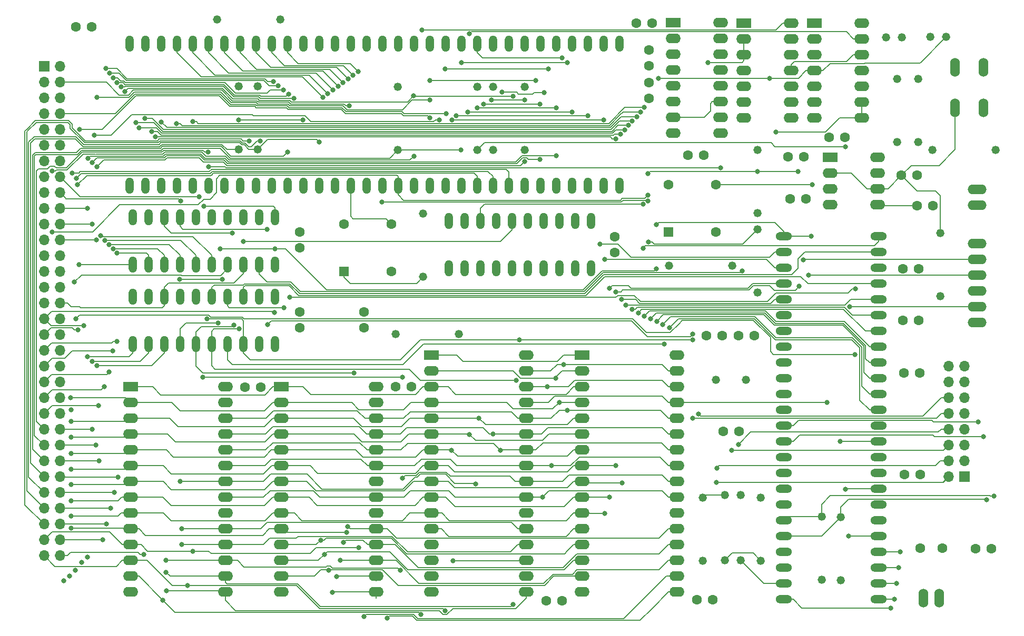
<source format=gbr>
G04 #@! TF.GenerationSoftware,KiCad,Pcbnew,(5.1.5-0-10_14)*
G04 #@! TF.CreationDate,2020-07-31T20:33:48+01:00*
G04 #@! TF.ProjectId,rosco_m68k,726f7363-6f5f-46d3-9638-6b2e6b696361,rev?*
G04 #@! TF.SameCoordinates,Original*
G04 #@! TF.FileFunction,Copper,L4,Bot*
G04 #@! TF.FilePolarity,Positive*
%FSLAX46Y46*%
G04 Gerber Fmt 4.6, Leading zero omitted, Abs format (unit mm)*
G04 Created by KiCad (PCBNEW (5.1.5-0-10_14)) date 2020-07-31 20:33:48*
%MOMM*%
%LPD*%
G04 APERTURE LIST*
%ADD10O,2.400000X1.600000*%
%ADD11R,2.400000X1.600000*%
%ADD12C,1.600200*%
%ADD13C,1.320800*%
%ADD14O,1.320800X2.641600*%
%ADD15O,1.700000X1.700000*%
%ADD16R,1.700000X1.700000*%
%ADD17C,1.600000*%
%ADD18R,1.600000X1.600000*%
%ADD19O,2.641600X1.320800*%
%ADD20O,3.048000X1.524000*%
%ADD21O,1.524000X3.048000*%
%ADD22C,0.800000*%
%ADD23C,0.152400*%
G04 APERTURE END LIST*
D10*
X182070000Y-58324800D03*
X174450000Y-76104800D03*
X182070000Y-60864800D03*
X174450000Y-73564800D03*
X182070000Y-63404800D03*
X174450000Y-71024800D03*
X182070000Y-65944800D03*
X174450000Y-68484800D03*
X182070000Y-68484800D03*
X174450000Y-65944800D03*
X182070000Y-71024800D03*
X174450000Y-63404800D03*
X182070000Y-73564800D03*
X174450000Y-60864800D03*
X182070000Y-76104800D03*
D11*
X174450000Y-58324800D03*
X185775000Y-58374800D03*
D10*
X193395000Y-73614800D03*
X185775000Y-60914800D03*
X193395000Y-71074800D03*
X185775000Y-63454800D03*
X193395000Y-68534800D03*
X185775000Y-65994800D03*
X193395000Y-65994800D03*
X185775000Y-68534800D03*
X193395000Y-63454800D03*
X185775000Y-71074800D03*
X193395000Y-60914800D03*
X185775000Y-73614800D03*
X193395000Y-58374800D03*
D11*
X197150000Y-58374800D03*
D10*
X204770000Y-73614800D03*
X197150000Y-60914800D03*
X204770000Y-71074800D03*
X197150000Y-63454800D03*
X204770000Y-68534800D03*
X197150000Y-65994800D03*
X204770000Y-65994800D03*
X197150000Y-68534800D03*
X204770000Y-63454800D03*
X197150000Y-71074800D03*
X204770000Y-60914800D03*
X197150000Y-73614800D03*
X204770000Y-58374800D03*
D12*
X195420000Y-79850000D03*
X192880000Y-79850000D03*
D13*
X101070000Y-57750000D03*
X111230000Y-57750000D03*
D10*
X102440000Y-116923600D03*
X87200000Y-149943600D03*
X102440000Y-119463600D03*
X87200000Y-147403600D03*
X102440000Y-122003600D03*
X87200000Y-144863600D03*
X102440000Y-124543600D03*
X87200000Y-142323600D03*
X102440000Y-127083600D03*
X87200000Y-139783600D03*
X102440000Y-129623600D03*
X87200000Y-137243600D03*
X102440000Y-132163600D03*
X87200000Y-134703600D03*
X102440000Y-134703600D03*
X87200000Y-132163600D03*
X102440000Y-137243600D03*
X87200000Y-129623600D03*
X102440000Y-139783600D03*
X87200000Y-127083600D03*
X102440000Y-142323600D03*
X87200000Y-124543600D03*
X102440000Y-144863600D03*
X87200000Y-122003600D03*
X102440000Y-147403600D03*
X87200000Y-119463600D03*
X102440000Y-149943600D03*
D11*
X87200000Y-116923600D03*
D14*
X138370000Y-90190000D03*
X140910000Y-90190000D03*
X143450000Y-90190000D03*
X145990000Y-90190000D03*
X148530000Y-90190000D03*
X151070000Y-90190000D03*
X153610000Y-90190000D03*
X156150000Y-90190000D03*
X158690000Y-90190000D03*
X161230000Y-90190000D03*
X161230000Y-97810000D03*
X158690000Y-97810000D03*
X156150000Y-97810000D03*
X153610000Y-97810000D03*
X151070000Y-97810000D03*
X148530000Y-97810000D03*
X145990000Y-97810000D03*
X143450000Y-97810000D03*
X140910000Y-97810000D03*
X138370000Y-97810000D03*
D15*
X75865000Y-144090000D03*
X73325000Y-144090000D03*
X75865000Y-141550000D03*
X73325000Y-141550000D03*
X75865000Y-139010000D03*
X73325000Y-139010000D03*
X75865000Y-136470000D03*
X73325000Y-136470000D03*
X75865000Y-133930000D03*
X73325000Y-133930000D03*
X75865000Y-131390000D03*
X73325000Y-131390000D03*
X75865000Y-128850000D03*
X73325000Y-128850000D03*
X75865000Y-126310000D03*
X73325000Y-126310000D03*
X75865000Y-123770000D03*
X73325000Y-123770000D03*
X75865000Y-121230000D03*
X73325000Y-121230000D03*
X75865000Y-118690000D03*
X73325000Y-118690000D03*
X75865000Y-116150000D03*
X73325000Y-116150000D03*
X75865000Y-113610000D03*
X73325000Y-113610000D03*
X75865000Y-111070000D03*
X73325000Y-111070000D03*
X75865000Y-108530000D03*
X73325000Y-108530000D03*
X75865000Y-105990000D03*
X73325000Y-105990000D03*
X75865000Y-103450000D03*
X73325000Y-103450000D03*
X75865000Y-100910000D03*
X73325000Y-100910000D03*
X75865000Y-98370000D03*
X73325000Y-98370000D03*
X75865000Y-95830000D03*
X73325000Y-95830000D03*
X75865000Y-93290000D03*
X73325000Y-93290000D03*
X75865000Y-90750000D03*
X73325000Y-90750000D03*
X75865000Y-88210000D03*
X73325000Y-88210000D03*
X75865000Y-85670000D03*
X73325000Y-85670000D03*
X75865000Y-83130000D03*
X73325000Y-83130000D03*
X75865000Y-80590000D03*
X73325000Y-80590000D03*
X75865000Y-78050000D03*
X73325000Y-78050000D03*
X75865000Y-75510000D03*
X73325000Y-75510000D03*
X75865000Y-72970000D03*
X73325000Y-72970000D03*
X75865000Y-70430000D03*
X73325000Y-70430000D03*
X75865000Y-67890000D03*
X73325000Y-67890000D03*
X75865000Y-65350000D03*
D16*
X73325000Y-65350000D03*
D14*
X163230000Y-61670000D03*
X160690000Y-61670000D03*
X158150000Y-61670000D03*
X155610000Y-61670000D03*
X153070000Y-61670000D03*
X150530000Y-61670000D03*
X147990000Y-61670000D03*
X145450000Y-61670000D03*
X142910000Y-61670000D03*
X140370000Y-61670000D03*
X137830000Y-61670000D03*
X135290000Y-61670000D03*
X163230000Y-84530000D03*
X160690000Y-84530000D03*
X158150000Y-84530000D03*
X155610000Y-84530000D03*
X153070000Y-84530000D03*
X150530000Y-84530000D03*
X147990000Y-84530000D03*
X145450000Y-84530000D03*
X142910000Y-84530000D03*
X140370000Y-84530000D03*
X137830000Y-84530000D03*
X135290000Y-84530000D03*
X87030000Y-61670000D03*
X89570000Y-61670000D03*
X92110000Y-61670000D03*
X94650000Y-61670000D03*
X97190000Y-61670000D03*
X99730000Y-61670000D03*
X102270000Y-61670000D03*
X104810000Y-61670000D03*
X107350000Y-61670000D03*
X109890000Y-61670000D03*
X112430000Y-61670000D03*
X114970000Y-61670000D03*
X117510000Y-61670000D03*
X120050000Y-61670000D03*
X122590000Y-61670000D03*
X125130000Y-61670000D03*
X127670000Y-61670000D03*
X130210000Y-61670000D03*
X132750000Y-61670000D03*
X165770000Y-61670000D03*
X165770000Y-84530000D03*
X132750000Y-84530000D03*
X130210000Y-84530000D03*
X127670000Y-84530000D03*
X125130000Y-84530000D03*
X122590000Y-84530000D03*
X120050000Y-84530000D03*
X117510000Y-84530000D03*
X114970000Y-84530000D03*
X112430000Y-84530000D03*
X109890000Y-84530000D03*
X107350000Y-84530000D03*
X104810000Y-84530000D03*
X102270000Y-84530000D03*
X99730000Y-84530000D03*
X97190000Y-84530000D03*
X94650000Y-84530000D03*
X92110000Y-84530000D03*
X89570000Y-84530000D03*
X87030000Y-84530000D03*
D13*
X104538300Y-68548100D03*
X104538300Y-78708100D03*
X185287500Y-134300000D03*
X182747500Y-134300000D03*
D14*
X87538000Y-89590000D03*
X90078000Y-89590000D03*
X92618000Y-89590000D03*
X95158000Y-89590000D03*
X97698000Y-89590000D03*
X100238000Y-89590000D03*
X102778000Y-89590000D03*
X105318000Y-89590000D03*
X107858000Y-89590000D03*
X110398000Y-89590000D03*
X110398000Y-97210000D03*
X107858000Y-97210000D03*
X105318000Y-97210000D03*
X102778000Y-97210000D03*
X100238000Y-97210000D03*
X97698000Y-97210000D03*
X95158000Y-97210000D03*
X92618000Y-97210000D03*
X90078000Y-97210000D03*
X87538000Y-97210000D03*
D17*
X129120000Y-98300000D03*
X129120000Y-90680000D03*
X121500000Y-90680000D03*
D18*
X121500000Y-98300000D03*
D17*
X181320000Y-92000000D03*
X181320000Y-84380000D03*
X173700000Y-84380000D03*
D18*
X173700000Y-92000000D03*
D13*
X173720000Y-97400000D03*
X183880000Y-97400000D03*
D19*
X207470000Y-92690000D03*
X207470000Y-95230000D03*
X207470000Y-97770000D03*
X207470000Y-100310000D03*
X207470000Y-102850000D03*
X207470000Y-105390000D03*
X207470000Y-107930000D03*
X207470000Y-110470000D03*
X207470000Y-113010000D03*
X207470000Y-115550000D03*
X207470000Y-118090000D03*
X207470000Y-120630000D03*
X207470000Y-123170000D03*
X207470000Y-125710000D03*
X207470000Y-128250000D03*
X207470000Y-130790000D03*
X207470000Y-133330000D03*
X207470000Y-135870000D03*
X207470000Y-138410000D03*
X207470000Y-140950000D03*
X207470000Y-143490000D03*
X207470000Y-146030000D03*
X207470000Y-148570000D03*
X207470000Y-151110000D03*
X192230000Y-151110000D03*
X192230000Y-148570000D03*
X192230000Y-146030000D03*
X192230000Y-143490000D03*
X192230000Y-140950000D03*
X192230000Y-138410000D03*
X192230000Y-135870000D03*
X192230000Y-133330000D03*
X192230000Y-130790000D03*
X192230000Y-128250000D03*
X192230000Y-125710000D03*
X192230000Y-123170000D03*
X192230000Y-120630000D03*
X192230000Y-118090000D03*
X192230000Y-115550000D03*
X192230000Y-113010000D03*
X192230000Y-110470000D03*
X192230000Y-107930000D03*
X192230000Y-105390000D03*
X192230000Y-102850000D03*
X192230000Y-100310000D03*
X192230000Y-97770000D03*
X192230000Y-95230000D03*
X192230000Y-92690000D03*
D13*
X134250000Y-99180000D03*
X134250000Y-89020000D03*
D12*
X170550000Y-70470000D03*
X170550000Y-67930000D03*
D20*
X223300000Y-96400000D03*
X223300000Y-93860000D03*
X223300000Y-98940000D03*
X223300000Y-101480000D03*
X223300000Y-104020000D03*
X223300000Y-106560000D03*
D10*
X175040000Y-111823600D03*
X159800000Y-149923600D03*
X175040000Y-114363600D03*
X159800000Y-147383600D03*
X175040000Y-116903600D03*
X159800000Y-144843600D03*
X175040000Y-119443600D03*
X159800000Y-142303600D03*
X175040000Y-121983600D03*
X159800000Y-139763600D03*
X175040000Y-124523600D03*
X159800000Y-137223600D03*
X175040000Y-127063600D03*
X159800000Y-134683600D03*
X175040000Y-129603600D03*
X159800000Y-132143600D03*
X175040000Y-132143600D03*
X159800000Y-129603600D03*
X175040000Y-134683600D03*
X159800000Y-127063600D03*
X175040000Y-137223600D03*
X159800000Y-124523600D03*
X175040000Y-139763600D03*
X159800000Y-121983600D03*
X175040000Y-142303600D03*
X159800000Y-119443600D03*
X175040000Y-144843600D03*
X159800000Y-116903600D03*
X175040000Y-147383600D03*
X159800000Y-114363600D03*
X175040000Y-149923600D03*
D11*
X159800000Y-111823600D03*
D10*
X150840000Y-111823600D03*
X135600000Y-149923600D03*
X150840000Y-114363600D03*
X135600000Y-147383600D03*
X150840000Y-116903600D03*
X135600000Y-144843600D03*
X150840000Y-119443600D03*
X135600000Y-142303600D03*
X150840000Y-121983600D03*
X135600000Y-139763600D03*
X150840000Y-124523600D03*
X135600000Y-137223600D03*
X150840000Y-127063600D03*
X135600000Y-134683600D03*
X150840000Y-129603600D03*
X135600000Y-132143600D03*
X150840000Y-132143600D03*
X135600000Y-129603600D03*
X150840000Y-134683600D03*
X135600000Y-127063600D03*
X150840000Y-137223600D03*
X135600000Y-124523600D03*
X150840000Y-139763600D03*
X135600000Y-121983600D03*
X150840000Y-142303600D03*
X135600000Y-119443600D03*
X150840000Y-144843600D03*
X135600000Y-116903600D03*
X150840000Y-147383600D03*
X135600000Y-114363600D03*
X150840000Y-149923600D03*
D11*
X135600000Y-111823600D03*
D10*
X126640000Y-116923600D03*
X111400000Y-149943600D03*
X126640000Y-119463600D03*
X111400000Y-147403600D03*
X126640000Y-122003600D03*
X111400000Y-144863600D03*
X126640000Y-124543600D03*
X111400000Y-142323600D03*
X126640000Y-127083600D03*
X111400000Y-139783600D03*
X126640000Y-129623600D03*
X111400000Y-137243600D03*
X126640000Y-132163600D03*
X111400000Y-134703600D03*
X126640000Y-134703600D03*
X111400000Y-132163600D03*
X126640000Y-137243600D03*
X111400000Y-129623600D03*
X126640000Y-139783600D03*
X111400000Y-127083600D03*
X126640000Y-142323600D03*
X111400000Y-124543600D03*
X126640000Y-144863600D03*
X111400000Y-122003600D03*
X126640000Y-147403600D03*
X111400000Y-119463600D03*
X126640000Y-149943600D03*
D11*
X111400000Y-116923600D03*
D13*
X188500000Y-134720000D03*
X188500000Y-144880000D03*
X179200000Y-144880000D03*
X179200000Y-134720000D03*
X186113000Y-115800000D03*
X181287000Y-115800000D03*
X185287500Y-144850000D03*
X182747500Y-144850000D03*
D20*
X223300000Y-87670000D03*
X223300000Y-85130000D03*
D21*
X217170000Y-150900000D03*
X214630000Y-150900000D03*
D10*
X207270000Y-79925000D03*
X199650000Y-87545000D03*
X207270000Y-82465000D03*
X199650000Y-85005000D03*
X207270000Y-85005000D03*
X199650000Y-82465000D03*
X207270000Y-87545000D03*
D11*
X199650000Y-79925000D03*
D14*
X87538000Y-102390000D03*
X90078000Y-102390000D03*
X92618000Y-102390000D03*
X95158000Y-102390000D03*
X97698000Y-102390000D03*
X100238000Y-102390000D03*
X102778000Y-102390000D03*
X105318000Y-102390000D03*
X107858000Y-102390000D03*
X110398000Y-102390000D03*
X110398000Y-110010000D03*
X107858000Y-110010000D03*
X105318000Y-110010000D03*
X102778000Y-110010000D03*
X100238000Y-110010000D03*
X97698000Y-110010000D03*
X95158000Y-110010000D03*
X92618000Y-110010000D03*
X90078000Y-110010000D03*
X87538000Y-110010000D03*
D12*
X214122000Y-142850000D03*
X217678000Y-142850000D03*
X124750000Y-104830000D03*
X124750000Y-107370000D03*
X211380000Y-106200000D03*
X213920000Y-106200000D03*
X193230000Y-86650000D03*
X195770000Y-86650000D03*
X184970000Y-124100000D03*
X182430000Y-124100000D03*
X179345000Y-79600000D03*
X176805000Y-79600000D03*
X202070000Y-76750000D03*
X199530000Y-76750000D03*
X168530000Y-58350000D03*
X171070000Y-58350000D03*
X211380000Y-97900000D03*
X213920000Y-97900000D03*
X78455000Y-59000000D03*
X80995000Y-59000000D03*
X223005000Y-142925000D03*
X225545000Y-142925000D03*
X211530000Y-114700000D03*
X214070000Y-114700000D03*
X211580000Y-131050000D03*
X214120000Y-131050000D03*
X170550000Y-65220000D03*
X170550000Y-62680000D03*
X165050000Y-95270000D03*
X165050000Y-92730000D03*
X114400000Y-107370000D03*
X114400000Y-104830000D03*
X114400000Y-94570000D03*
X114400000Y-92030000D03*
X187470000Y-108700000D03*
X184930000Y-108700000D03*
X182320000Y-108700000D03*
X179780000Y-108700000D03*
D15*
X218710000Y-113590000D03*
X221250000Y-113590000D03*
X218710000Y-116130000D03*
X221250000Y-116130000D03*
X218710000Y-118670000D03*
X221250000Y-118670000D03*
X218710000Y-121210000D03*
X221250000Y-121210000D03*
X218710000Y-123750000D03*
X221250000Y-123750000D03*
X218710000Y-126290000D03*
X221250000Y-126290000D03*
X218710000Y-128830000D03*
X221250000Y-128830000D03*
X218710000Y-131370000D03*
D16*
X221250000Y-131370000D03*
D12*
X211130000Y-82850000D03*
X213670000Y-82850000D03*
D13*
X129820000Y-108400000D03*
X139980000Y-108400000D03*
X201350000Y-148030000D03*
X201350000Y-137870000D03*
X198300000Y-147980000D03*
X198300000Y-137820000D03*
D21*
X224260600Y-65498800D03*
X219739400Y-65498800D03*
X224260600Y-72001200D03*
X219739400Y-72001200D03*
D13*
X213830000Y-77520000D03*
X213830000Y-67360000D03*
D12*
X213630000Y-87750000D03*
X216170000Y-87750000D03*
X108170000Y-117000000D03*
X105630000Y-117000000D03*
X132370000Y-116900000D03*
X129830000Y-116900000D03*
X156570000Y-151300000D03*
X154030000Y-151300000D03*
X180770000Y-151200000D03*
X178230000Y-151200000D03*
D13*
X218320000Y-60600000D03*
X215780000Y-60600000D03*
X208630000Y-60650000D03*
X211170000Y-60650000D03*
X130141500Y-68662400D03*
X130141500Y-78822400D03*
X217363800Y-102346800D03*
X217363800Y-92186800D03*
X226276000Y-78790000D03*
X216116000Y-78790000D03*
X210400000Y-77520000D03*
X210400000Y-67360000D03*
X187970100Y-101713600D03*
X187970100Y-91553600D03*
X187970100Y-88930000D03*
X187970100Y-78770000D03*
X142915100Y-68623600D03*
X142915100Y-78783600D03*
X145455100Y-68623600D03*
X145455100Y-78783600D03*
X150535100Y-68623600D03*
X150535100Y-78783600D03*
X107625000Y-68545000D03*
X107625000Y-78705000D03*
D22*
X202121400Y-133350000D03*
X202150000Y-78250000D03*
X78675000Y-84400000D03*
X78500000Y-83350000D03*
X77850000Y-82475000D03*
X111850000Y-104150000D03*
X108083012Y-77358012D03*
X114950000Y-73937730D03*
X104550000Y-73937730D03*
X117550000Y-77500000D03*
X188000000Y-82250000D03*
X194500000Y-82250000D03*
X170372569Y-86060329D03*
X170375000Y-82557201D03*
X74600000Y-92025000D03*
X172050000Y-67250000D03*
X189900000Y-67250000D03*
X140350000Y-78800000D03*
X141650000Y-60078600D03*
X122375000Y-71702465D03*
X105325000Y-93550000D03*
X78198746Y-100072032D03*
X99700000Y-79157460D03*
X99750000Y-81475000D03*
X99025000Y-87875000D03*
X182050000Y-81621400D03*
X180050000Y-64700000D03*
X112450000Y-79147350D03*
X150550000Y-80671400D03*
X81775000Y-81500000D03*
X81800000Y-113500000D03*
X81754073Y-93297201D03*
X153050000Y-80328600D03*
X81025000Y-80850000D03*
X81000172Y-112795995D03*
X81000000Y-90750000D03*
X155650000Y-79700000D03*
X80325000Y-80175000D03*
X80300000Y-112050000D03*
X80292086Y-88207914D03*
X95200000Y-132150000D03*
X101250000Y-106628600D03*
X142700000Y-132543610D03*
X184900000Y-126200000D03*
X123150000Y-114700000D03*
X103850000Y-106950000D03*
X183800000Y-127150000D03*
X149158600Y-115850000D03*
X104638228Y-107604270D03*
X181432123Y-130017877D03*
X172950000Y-110050000D03*
X181400000Y-132250000D03*
X99478600Y-106000000D03*
X149700000Y-109350000D03*
X177600000Y-109350000D03*
X177600000Y-121950000D03*
X98200000Y-86350000D03*
X178525813Y-121321400D03*
X177600000Y-108397597D03*
X109200000Y-106900000D03*
X109175000Y-91550000D03*
X95225000Y-86978600D03*
X202750000Y-104000000D03*
X202650000Y-140950000D03*
X127650000Y-87200000D03*
X170380563Y-87012697D03*
X170450000Y-93571401D03*
X190900000Y-75900000D03*
X199150000Y-119450000D03*
X196650000Y-92650000D03*
X106300000Y-77375000D03*
X95125000Y-99571400D03*
X110400000Y-94675000D03*
X171725000Y-97911780D03*
X171725000Y-90825000D03*
X101928600Y-99571400D03*
X101575000Y-94675000D03*
X103550000Y-92200000D03*
X185497138Y-98216590D03*
X203750000Y-101150000D03*
X112750000Y-102500000D03*
X98850000Y-115400000D03*
X130900000Y-115350000D03*
X130900000Y-131600000D03*
X137900000Y-72975000D03*
X135300000Y-73603600D03*
X79034886Y-75475000D03*
X134050000Y-59500000D03*
X132750000Y-79756970D03*
X74575000Y-82150000D03*
X203600000Y-111700000D03*
X78375000Y-105975000D03*
X210943030Y-143500000D03*
X210638220Y-146000000D03*
X210333410Y-148550000D03*
X210028600Y-151100000D03*
X209400000Y-152500000D03*
X224779111Y-135078600D03*
X226000000Y-134500000D03*
X224293030Y-124950000D03*
X223464488Y-122535512D03*
X138800000Y-127100000D03*
X138850000Y-73937730D03*
X163250000Y-73937730D03*
X77675000Y-127625000D03*
X141700000Y-124550000D03*
X139531763Y-73272697D03*
X160700000Y-73309130D03*
X77675000Y-125050000D03*
X143200000Y-121950000D03*
X158150000Y-72644097D03*
X141400000Y-72644097D03*
X77625000Y-122500000D03*
X145450000Y-124500000D03*
X142950000Y-72015497D03*
X155650000Y-72015497D03*
X146650000Y-127150000D03*
X143950000Y-71386897D03*
X153050000Y-71386897D03*
X153433600Y-134683600D03*
X145250000Y-70758297D03*
X150550000Y-70758297D03*
X154900000Y-129600000D03*
X156150000Y-119400000D03*
X153650000Y-69550000D03*
X146950000Y-69500000D03*
X77600000Y-118675000D03*
X157450000Y-120700000D03*
X156550000Y-64000000D03*
X140400000Y-64700000D03*
X157450000Y-64750000D03*
X77675000Y-120578600D03*
X156785801Y-113334990D03*
X137800000Y-65750000D03*
X154400000Y-65750000D03*
X136825000Y-73937730D03*
X81400000Y-76450000D03*
X164200000Y-101028600D03*
X164200000Y-134700000D03*
X77650000Y-135225000D03*
X163450000Y-96400000D03*
X163383410Y-137250000D03*
X77675000Y-137700000D03*
X121960434Y-140361580D03*
X162700000Y-93950000D03*
X77675000Y-139646400D03*
X130550000Y-146450000D03*
X92911780Y-144850000D03*
X168800000Y-105000000D03*
X139000000Y-144900000D03*
X83967800Y-136475000D03*
X88600000Y-75200000D03*
X166600000Y-75550000D03*
X95461780Y-142300000D03*
X90621400Y-75848146D03*
X167804344Y-104428600D03*
X84596400Y-133925000D03*
X165950000Y-76250000D03*
X95461780Y-139750000D03*
X91200000Y-76700000D03*
X166800001Y-103800000D03*
X85225000Y-131425000D03*
X165178600Y-76971400D03*
X118100000Y-70349999D03*
X117764200Y-141618780D03*
X82175000Y-128850000D03*
X118392800Y-143850000D03*
X118914285Y-69757142D03*
X81600000Y-126300000D03*
X119021400Y-146400000D03*
X119728570Y-69164285D03*
X81075000Y-123775000D03*
X119650000Y-149950000D03*
X120542855Y-68571428D03*
X128450000Y-154147840D03*
X76471655Y-148108992D03*
X120350000Y-147450000D03*
X121357140Y-67978571D03*
X124750000Y-153843030D03*
X77423472Y-147337994D03*
X120900000Y-144850000D03*
X122171425Y-67385714D03*
X78350000Y-146444600D03*
X122985710Y-66792857D03*
X121423791Y-141923590D03*
X79323205Y-145120998D03*
X123800000Y-66200000D03*
X122069488Y-139363590D03*
X80275000Y-144350000D03*
X110150000Y-67750000D03*
X82413940Y-92610438D03*
X83250000Y-65700000D03*
X82075000Y-119950000D03*
X110970732Y-68423816D03*
X83042540Y-93343164D03*
X83846134Y-66445315D03*
X83025000Y-116875000D03*
X111791464Y-69097632D03*
X83744744Y-93986576D03*
X84452299Y-67179912D03*
X83775000Y-114550000D03*
X112612196Y-69771448D03*
X84392589Y-94684692D03*
X84988166Y-67967259D03*
X84371399Y-111146399D03*
X113432930Y-70445264D03*
X85021400Y-95400000D03*
X85700000Y-68600000D03*
X85000000Y-109600000D03*
X154200000Y-116900000D03*
X148671400Y-70129697D03*
X132700000Y-70100000D03*
X86300000Y-69350000D03*
X78925000Y-97225000D03*
X78738625Y-107703600D03*
X165200000Y-101600000D03*
X165200000Y-129600000D03*
X194671400Y-100750000D03*
X77675000Y-130150000D03*
X166171401Y-102850000D03*
X166200000Y-132350000D03*
X77675000Y-132625000D03*
X123900000Y-142750000D03*
X97200000Y-143350000D03*
X97200000Y-74242540D03*
X173800000Y-107400000D03*
X169750000Y-71950000D03*
X96400000Y-148900000D03*
X94600000Y-74547350D03*
X172750000Y-106850000D03*
X137750000Y-152928600D03*
X169150000Y-72700000D03*
X92399400Y-151250600D03*
X92143492Y-74256508D03*
X171800000Y-106350000D03*
X133900000Y-153538220D03*
X89325000Y-143925000D03*
X168550000Y-73450000D03*
X93005512Y-149755512D03*
X89550000Y-73732838D03*
X170750000Y-105950000D03*
X82710599Y-141550000D03*
X167850000Y-74100000D03*
X92911780Y-146750000D03*
X88052390Y-74361438D03*
X169800000Y-105500000D03*
X148713512Y-151976210D03*
X83339199Y-139000000D03*
X167209713Y-74818344D03*
X196800000Y-84400000D03*
X201250000Y-125700000D03*
X196171400Y-98950000D03*
X195300000Y-96450000D03*
X169562269Y-87500000D03*
X169562269Y-94600000D03*
X155528600Y-115550000D03*
X135300000Y-67600000D03*
X152350000Y-67600000D03*
X135300000Y-70758297D03*
X81785340Y-70300000D03*
X79663486Y-107075000D03*
X110375000Y-104975000D03*
D23*
X142915100Y-84524900D02*
X142910000Y-84530000D01*
X202141400Y-133330000D02*
X202121400Y-133350000D01*
X207470000Y-133330000D02*
X202141400Y-133330000D01*
X144098700Y-77600000D02*
X142915100Y-78783600D01*
X190150000Y-77600000D02*
X144098700Y-77600000D01*
X190800000Y-78250000D02*
X190150000Y-77600000D01*
X202150000Y-78250000D02*
X190800000Y-78250000D01*
X100304241Y-82720759D02*
X100125000Y-82900000D01*
X100479241Y-82538221D02*
X100304241Y-82713221D01*
X142413221Y-82538221D02*
X100479241Y-82538221D01*
X100125000Y-82900000D02*
X80175000Y-82900000D01*
X100304241Y-82713221D02*
X100304241Y-82720759D01*
X142910000Y-83035000D02*
X142413221Y-82538221D01*
X80175000Y-82900000D02*
X78675000Y-84400000D01*
X142910000Y-84530000D02*
X142910000Y-83035000D01*
X145455100Y-84524900D02*
X145450000Y-84530000D01*
X145450000Y-83056800D02*
X145450000Y-84530000D01*
X79254810Y-82595190D02*
X99991206Y-82595190D01*
X144626611Y-82233411D02*
X145450000Y-83056800D01*
X100352985Y-82233411D02*
X144626611Y-82233411D01*
X99991206Y-82595190D02*
X100352985Y-82233411D01*
X78500000Y-83350000D02*
X79254810Y-82595190D01*
X147990000Y-83056800D02*
X147990000Y-84530000D01*
X147990000Y-82315000D02*
X147990000Y-83056800D01*
X147603601Y-81928601D02*
X147990000Y-82315000D01*
X99864950Y-82290380D02*
X100226729Y-81928601D01*
X79128554Y-82290380D02*
X99864950Y-82290380D01*
X77850000Y-82475000D02*
X78943934Y-82475000D01*
X78943934Y-82475000D02*
X79128554Y-82290380D01*
X100226729Y-81928601D02*
X147603601Y-81928601D01*
X70525950Y-75874050D02*
X70525950Y-133670950D01*
X70648796Y-75751204D02*
X70525950Y-75874050D01*
X70652207Y-75751204D02*
X70648796Y-75751204D01*
X72050000Y-74353411D02*
X70652207Y-75751204D01*
X77520190Y-74751256D02*
X77122345Y-74353411D01*
X77122345Y-74353411D02*
X72050000Y-74353411D01*
X105594670Y-77650000D02*
X105174649Y-77650000D01*
X91951776Y-77309620D02*
X91627985Y-77633411D01*
X79831900Y-77633410D02*
X77520190Y-75321700D01*
X104834269Y-77309620D02*
X91951776Y-77309620D01*
X77520190Y-75321700D02*
X77520190Y-74751256D01*
X105174649Y-77650000D02*
X104834269Y-77309620D01*
X108083012Y-77358012D02*
X107517327Y-77358012D01*
X107517327Y-77358012D02*
X106635174Y-78240165D01*
X106635174Y-78240165D02*
X106184835Y-78240165D01*
X91627985Y-77633411D02*
X79831900Y-77633410D01*
X70525950Y-133670950D02*
X73325000Y-136470000D01*
X106184835Y-78240165D02*
X105594670Y-77650000D01*
X103064800Y-104150000D02*
X102778000Y-103863200D01*
X102778000Y-103863200D02*
X102778000Y-102390000D01*
X111850000Y-104150000D02*
X103064800Y-104150000D01*
X114950000Y-73937730D02*
X104550000Y-73937730D01*
X71135570Y-129200570D02*
X73325000Y-131390000D01*
X92204287Y-77919240D02*
X91880495Y-78243029D01*
X71225000Y-77575000D02*
X71135570Y-77664430D01*
X91880495Y-78243029D02*
X79579386Y-78243028D01*
X71225000Y-77570143D02*
X71225000Y-77575000D01*
X71823744Y-76971399D02*
X71225000Y-77570143D01*
X78307757Y-76971399D02*
X71823744Y-76971399D01*
X71135570Y-77664430D02*
X71135570Y-129200570D01*
X79579386Y-78243028D02*
X78307757Y-76971399D01*
X102683100Y-78708100D02*
X101894240Y-77919240D01*
X101894240Y-77919240D02*
X92204287Y-77919240D01*
X104538300Y-78708100D02*
X102683100Y-78708100D01*
X117500000Y-77500000D02*
X117100001Y-77100001D01*
X109229999Y-77100001D02*
X107625000Y-78705000D01*
X117100001Y-77100001D02*
X109229999Y-77100001D01*
X70830760Y-131435760D02*
X73325000Y-133930000D01*
X79705643Y-77938219D02*
X78434013Y-76666589D01*
X78434013Y-76666589D02*
X71697487Y-76666590D01*
X91754240Y-77938220D02*
X79705643Y-77938219D01*
X71697487Y-76666590D02*
X70830760Y-77533317D01*
X105048393Y-77954810D02*
X104708013Y-77614430D01*
X70830760Y-77533317D02*
X70830760Y-131435760D01*
X92078032Y-77614430D02*
X91754240Y-77938220D01*
X104708013Y-77614430D02*
X92078032Y-77614430D01*
X105468414Y-77954810D02*
X105048393Y-77954810D01*
X106221704Y-78708100D02*
X105468414Y-77954810D01*
X107281500Y-78708100D02*
X106221704Y-78708100D01*
X130210000Y-86003200D02*
X131101990Y-86895190D01*
X130210000Y-84530000D02*
X130210000Y-86003200D01*
X165923744Y-86895190D02*
X166252345Y-86566589D01*
X131101990Y-86895190D02*
X165923744Y-86895190D01*
X169866309Y-86566589D02*
X170372569Y-86060329D01*
X166252345Y-86566589D02*
X169866309Y-86566589D01*
X170375000Y-82557201D02*
X170467799Y-82557201D01*
X170682201Y-82250000D02*
X170375000Y-82557201D01*
X188000000Y-82250000D02*
X170682201Y-82250000D01*
X75165685Y-92025000D02*
X75208848Y-91981837D01*
X75208848Y-91981837D02*
X81093163Y-91981837D01*
X74600000Y-92025000D02*
X75165685Y-92025000D01*
X85467799Y-87607201D02*
X98042799Y-87607201D01*
X81093163Y-91981837D02*
X85467799Y-87607201D01*
X98042799Y-87607201D02*
X98950000Y-86700000D01*
X98950000Y-86700000D02*
X99975000Y-86700000D01*
X99975000Y-86700000D02*
X101000000Y-85675000D01*
X101000000Y-83400000D02*
X101556969Y-82843031D01*
X101000000Y-85675000D02*
X101000000Y-83400000D01*
X130210000Y-83056800D02*
X130210000Y-84530000D01*
X129996231Y-82843031D02*
X130210000Y-83056800D01*
X101556969Y-82843031D02*
X129996231Y-82843031D01*
X218320000Y-60600000D02*
X214220000Y-64700000D01*
X195797600Y-65994800D02*
X194542400Y-67250000D01*
X197150000Y-65994800D02*
X195797600Y-65994800D01*
X173350000Y-67250000D02*
X172050000Y-67250000D01*
X199642390Y-64854810D02*
X205145190Y-64854810D01*
X198502400Y-65994800D02*
X199642390Y-64854810D01*
X197150000Y-65994800D02*
X198502400Y-65994800D01*
X205145190Y-64854810D02*
X205150000Y-64850000D01*
X214070000Y-64850000D02*
X214220000Y-64700000D01*
X205150000Y-64850000D02*
X214070000Y-64850000D01*
X189900000Y-67250000D02*
X173350000Y-67250000D01*
X194542400Y-67250000D02*
X189900000Y-67250000D01*
X188000000Y-82250000D02*
X194500000Y-82250000D01*
X140327600Y-78822400D02*
X140350000Y-78800000D01*
X130141500Y-78822400D02*
X140327600Y-78822400D01*
X78651469Y-79511399D02*
X71982535Y-79511399D01*
X79310218Y-78852650D02*
X78651469Y-79511399D01*
X80122352Y-78852648D02*
X80122350Y-78852650D01*
X71745190Y-79748744D02*
X71745190Y-124730190D01*
X103212608Y-80099740D02*
X101641728Y-78528860D01*
X92133007Y-78852648D02*
X80122352Y-78852648D01*
X101641728Y-78528860D02*
X92456797Y-78528860D01*
X130141500Y-78822400D02*
X128864159Y-80099741D01*
X71982535Y-79511399D02*
X71745190Y-79748744D01*
X71745190Y-124730190D02*
X73325000Y-126310000D01*
X80122350Y-78852650D02*
X79310218Y-78852650D01*
X128864159Y-80099741D02*
X103212608Y-80099740D01*
X92456797Y-78528860D02*
X92133007Y-78852648D01*
X204770000Y-60914800D02*
X203417600Y-60914800D01*
X203417600Y-60914800D02*
X202257610Y-59754810D01*
X202257610Y-59754810D02*
X191093656Y-59754810D01*
X191093656Y-59754810D02*
X174350000Y-59754810D01*
X174350000Y-59754810D02*
X173995190Y-59754810D01*
X173995190Y-59754810D02*
X163300000Y-59754810D01*
X141973790Y-59754810D02*
X141650000Y-60078600D01*
X163300000Y-59754810D02*
X141973790Y-59754810D01*
X128320001Y-89880001D02*
X122980001Y-89880001D01*
X129120000Y-90680000D02*
X128320001Y-89880001D01*
X122590000Y-89490000D02*
X122590000Y-84530000D01*
X122980001Y-89880001D02*
X122590000Y-89490000D01*
X86871399Y-69978601D02*
X85378601Y-69978601D01*
X121809315Y-71702465D02*
X121485525Y-71378675D01*
X101843076Y-69167340D02*
X87682660Y-69167340D01*
X85378601Y-69978601D02*
X83290000Y-67890000D01*
X107792676Y-71085874D02*
X107576039Y-70869237D01*
X87682660Y-69167340D02*
X86871399Y-69978601D01*
X103544972Y-70869236D02*
X101843076Y-69167340D01*
X83290000Y-67890000D02*
X75865000Y-67890000D01*
X112654809Y-71085875D02*
X107792676Y-71085874D01*
X112947608Y-71378674D02*
X112654809Y-71085875D01*
X122375000Y-71702465D02*
X121809315Y-71702465D01*
X121485525Y-71378675D02*
X112947608Y-71378674D01*
X107576039Y-70869237D02*
X103544972Y-70869236D01*
X105318000Y-98683200D02*
X103801200Y-100200000D01*
X105318000Y-97210000D02*
X105318000Y-98683200D01*
X93334800Y-100200000D02*
X92618000Y-100916800D01*
X103801200Y-100200000D02*
X93334800Y-100200000D01*
X146639599Y-93553601D02*
X142778601Y-93553601D01*
X148530000Y-91663200D02*
X146639599Y-93553601D01*
X148530000Y-90190000D02*
X148530000Y-91663200D01*
X142766299Y-93541299D02*
X105333701Y-93541299D01*
X142778601Y-93553601D02*
X142766299Y-93541299D01*
X105333701Y-93541299D02*
X105325000Y-93550000D01*
X92618000Y-100916800D02*
X92618000Y-102390000D01*
X77067081Y-103450000D02*
X77617081Y-104000000D01*
X75865000Y-103450000D02*
X77067081Y-103450000D01*
X77617081Y-104000000D02*
X79000000Y-104000000D01*
X79000000Y-104000000D02*
X79200000Y-104200000D01*
X92618000Y-103863200D02*
X92618000Y-102390000D01*
X92281200Y-104200000D02*
X92618000Y-103863200D01*
X79200000Y-104200000D02*
X92281200Y-104200000D01*
X102778000Y-97870400D02*
X101673400Y-98975000D01*
X102778000Y-97210000D02*
X102778000Y-97870400D01*
X95426729Y-98942799D02*
X82912201Y-98942799D01*
X95458930Y-98975000D02*
X95426729Y-98942799D01*
X101673400Y-98975000D02*
X95458930Y-98975000D01*
X79327979Y-98942799D02*
X78198746Y-100072032D01*
X82912201Y-98942799D02*
X79327979Y-98942799D01*
X110398000Y-89590000D02*
X110398000Y-88116800D01*
X99730000Y-84530000D02*
X100352351Y-84530000D01*
X72400000Y-81800000D02*
X72050000Y-82150000D01*
X72050000Y-122495000D02*
X73325000Y-123770000D01*
X73850000Y-81800000D02*
X72400000Y-81800000D01*
X72050000Y-82150000D02*
X72050000Y-122495000D01*
X74275000Y-81375000D02*
X73850000Y-81800000D01*
X74975000Y-81375000D02*
X74275000Y-81375000D01*
X75268601Y-81668601D02*
X74975000Y-81375000D01*
X92259263Y-79157458D02*
X79436475Y-79157459D01*
X92583052Y-78833670D02*
X92259263Y-79157458D01*
X99700000Y-79157460D02*
X99134315Y-79157460D01*
X76925333Y-81668601D02*
X75268601Y-81668601D01*
X98810525Y-78833670D02*
X92583052Y-78833670D01*
X99134315Y-79157460D02*
X98810525Y-78833670D01*
X79436475Y-79157459D02*
X76925333Y-81668601D01*
X110398000Y-88116800D02*
X110398000Y-88098000D01*
X110175000Y-87875000D02*
X99025000Y-87875000D01*
X110398000Y-88098000D02*
X110175000Y-87875000D01*
X102432538Y-81475000D02*
X99750000Y-81475000D01*
X102926209Y-81623791D02*
X102926207Y-81623789D01*
X102926207Y-81623789D02*
X102581326Y-81623788D01*
X102581326Y-81623788D02*
X102432538Y-81475000D01*
X182047611Y-81623789D02*
X182050000Y-81621400D01*
X102926207Y-81623789D02*
X182047611Y-81623789D01*
X185775000Y-64407200D02*
X185775000Y-63454800D01*
X185482200Y-64700000D02*
X185775000Y-64407200D01*
X180050000Y-64700000D02*
X185482200Y-64700000D01*
X185775000Y-63454800D02*
X185775000Y-60914800D01*
X71440380Y-79622488D02*
X71440380Y-126965380D01*
X78525213Y-79206589D02*
X71856278Y-79206590D01*
X71440380Y-126965380D02*
X73325000Y-128850000D01*
X79183964Y-78547838D02*
X78525213Y-79206589D01*
X91879212Y-78547838D02*
X79183964Y-78547838D01*
X92006751Y-78547839D02*
X91879212Y-78547838D01*
X92330542Y-78224050D02*
X92006751Y-78547839D01*
X101767984Y-78224050D02*
X92330542Y-78224050D01*
X103338865Y-79794931D02*
X101767984Y-78224050D01*
X71856278Y-79206590D02*
X71440380Y-79622488D01*
X111802419Y-79794931D02*
X103338865Y-79794931D01*
X112450000Y-79147350D02*
X111802419Y-79794931D01*
X90601200Y-113500000D02*
X92618000Y-111483200D01*
X92618000Y-111483200D02*
X92618000Y-110010000D01*
X81800000Y-113500000D02*
X90601200Y-113500000D01*
X81746872Y-93290000D02*
X81754073Y-93297201D01*
X75865000Y-93290000D02*
X81746872Y-93290000D01*
X149902419Y-81318981D02*
X150550000Y-80671400D01*
X149902419Y-81318981D02*
X112523744Y-81318981D01*
X112523744Y-81318981D02*
X113025000Y-81318981D01*
X82898303Y-80376697D02*
X81775000Y-81500000D01*
X93088073Y-80052910D02*
X92764286Y-80376697D01*
X102103032Y-80714428D02*
X98921229Y-80714427D01*
X98921229Y-80714427D02*
X98259712Y-80052910D01*
X98259712Y-80052910D02*
X93088073Y-80052910D01*
X92764286Y-80376697D02*
X82898303Y-80376697D01*
X102707583Y-81318979D02*
X102103032Y-80714428D01*
X112523744Y-81318981D02*
X102707583Y-81318979D01*
X81028601Y-80571399D02*
X81000000Y-80600000D01*
X90078000Y-111483200D02*
X90078000Y-110010000D01*
X88765205Y-112795995D02*
X90078000Y-111483200D01*
X81000172Y-112795995D02*
X88765205Y-112795995D01*
X75865000Y-90750000D02*
X81000000Y-90750000D01*
X98385968Y-79748100D02*
X92961817Y-79748100D01*
X102229289Y-80409619D02*
X99047486Y-80409618D01*
X102833840Y-81014170D02*
X102229289Y-80409619D01*
X150851729Y-80042799D02*
X150248271Y-80042799D01*
X92961817Y-79748100D02*
X92638030Y-80071887D01*
X151137530Y-80328600D02*
X150851729Y-80042799D01*
X149276899Y-81014171D02*
X102833840Y-81014170D01*
X150248271Y-80042799D02*
X149276899Y-81014171D01*
X153050000Y-80328600D02*
X151137530Y-80328600D01*
X99047486Y-80409618D02*
X98385968Y-79748100D01*
X81025000Y-80850000D02*
X81803113Y-80071887D01*
X81803113Y-80071887D02*
X92638030Y-80071887D01*
X87538000Y-111483200D02*
X87538000Y-110010000D01*
X86971200Y-112050000D02*
X87538000Y-111483200D01*
X80300000Y-112050000D02*
X86971200Y-112050000D01*
X80290000Y-88210000D02*
X80292086Y-88207914D01*
X75865000Y-88210000D02*
X80290000Y-88210000D01*
X155650000Y-79700000D02*
X150160004Y-79700000D01*
X150160004Y-79700000D02*
X149150643Y-80709361D01*
X149150643Y-80709361D02*
X102960097Y-80709361D01*
X102960097Y-80709361D02*
X102355546Y-80104810D01*
X102355546Y-80104810D02*
X99173743Y-80104809D01*
X99173743Y-80104809D02*
X98512224Y-79443290D01*
X92835562Y-79443290D02*
X92511774Y-79767077D01*
X98512224Y-79443290D02*
X92835562Y-79443290D01*
X80732923Y-79767077D02*
X80325000Y-80175000D01*
X92511774Y-79767077D02*
X80732923Y-79767077D01*
X102426400Y-132150000D02*
X102440000Y-132163600D01*
X95200000Y-132150000D02*
X102426400Y-132150000D01*
X101250000Y-106628600D02*
X96121400Y-106628600D01*
X95158000Y-107592000D02*
X95158000Y-110010000D01*
X96121400Y-106628600D02*
X95158000Y-107592000D01*
X102440000Y-132163600D02*
X108536400Y-132163600D01*
X108536400Y-132163600D02*
X109750000Y-130950000D01*
X109750000Y-130950000D02*
X115550000Y-130950000D01*
X115550000Y-130950000D02*
X117970180Y-133370180D01*
X117970180Y-133370180D02*
X128750000Y-133370180D01*
X132909314Y-131459620D02*
X133253712Y-131459620D01*
X130998754Y-133370180D02*
X132909314Y-131459620D01*
X128750000Y-133370180D02*
X130998754Y-133370180D01*
X133758522Y-130954810D02*
X137823744Y-130954810D01*
X133253712Y-131459620D02*
X133758522Y-130954810D01*
X137823744Y-130954810D02*
X139317344Y-132448410D01*
X142598410Y-132448410D02*
X142800000Y-132650000D01*
X139317344Y-132448410D02*
X142598410Y-132448410D01*
X142800000Y-132643610D02*
X142700000Y-132543610D01*
X142800000Y-132650000D02*
X142800000Y-132643610D01*
X217507919Y-123750000D02*
X218710000Y-123750000D01*
X186900000Y-124200000D02*
X217057919Y-124200000D01*
X217057919Y-124200000D02*
X217507919Y-123750000D01*
X184900000Y-126200000D02*
X186900000Y-124200000D01*
X97698000Y-111483200D02*
X97700000Y-111485200D01*
X97698000Y-110010000D02*
X97698000Y-111483200D01*
X97700000Y-111485200D02*
X97700000Y-113550000D01*
X97700000Y-113550000D02*
X98850000Y-114700000D01*
X98850000Y-114700000D02*
X123150000Y-114700000D01*
X103542799Y-107257201D02*
X98542799Y-107257201D01*
X103850000Y-106950000D02*
X103542799Y-107257201D01*
X97698000Y-108102000D02*
X97698000Y-110010000D01*
X98542799Y-107257201D02*
X97698000Y-108102000D01*
X217850000Y-127150000D02*
X218710000Y-126290000D01*
X183800000Y-127150000D02*
X217850000Y-127150000D01*
X100238000Y-110010000D02*
X100238000Y-113533190D01*
X100238000Y-113533190D02*
X100754810Y-114050000D01*
X100754810Y-114050000D02*
X132000000Y-114050000D01*
X149133610Y-115874990D02*
X149158600Y-115850000D01*
X133824990Y-115874990D02*
X149133610Y-115874990D01*
X132000000Y-114050000D02*
X133824990Y-115874990D01*
X104638228Y-107604270D02*
X101395730Y-107604270D01*
X101395730Y-107604270D02*
X101391460Y-107600000D01*
X101391460Y-107600000D02*
X100600000Y-107600000D01*
X100238000Y-107962000D02*
X100238000Y-110010000D01*
X100600000Y-107600000D02*
X100238000Y-107962000D01*
X217370000Y-128830000D02*
X218710000Y-128830000D01*
X181832122Y-129617878D02*
X216582122Y-129617878D01*
X216582122Y-129617878D02*
X217370000Y-128830000D01*
X181432123Y-130017877D02*
X181832122Y-129617878D01*
X102778000Y-111483200D02*
X102800000Y-111505200D01*
X102778000Y-110010000D02*
X102778000Y-111483200D01*
X103584990Y-113334990D02*
X131015010Y-113334990D01*
X102800000Y-112550000D02*
X103584990Y-113334990D01*
X102800000Y-111505200D02*
X102800000Y-112550000D01*
X134300000Y-110050000D02*
X172950000Y-110050000D01*
X131015010Y-113334990D02*
X134300000Y-110050000D01*
X217860001Y-132219999D02*
X218710000Y-131370000D01*
X217830000Y-132250000D02*
X218710000Y-131370000D01*
X181400000Y-132250000D02*
X217830000Y-132250000D01*
X99478600Y-106000000D02*
X105050000Y-106000000D01*
X105318000Y-106268000D02*
X105318000Y-110010000D01*
X105050000Y-106000000D02*
X105318000Y-106268000D01*
X105318000Y-111483200D02*
X106434800Y-112600000D01*
X105318000Y-110010000D02*
X105318000Y-111483200D01*
X106434800Y-112600000D02*
X130550000Y-112600000D01*
X133800000Y-109350000D02*
X149700000Y-109350000D01*
X130550000Y-112600000D02*
X133800000Y-109350000D01*
X149700000Y-109350000D02*
X177600000Y-109350000D01*
X217507919Y-121210000D02*
X218710000Y-121210000D01*
X216767919Y-121950000D02*
X217507919Y-121210000D01*
X177600000Y-121950000D02*
X216767919Y-121950000D01*
X79085000Y-86350000D02*
X75865000Y-83130000D01*
X95931200Y-86350000D02*
X79085000Y-86350000D01*
X95931200Y-86350000D02*
X98200000Y-86350000D01*
X217507919Y-118670000D02*
X214532729Y-121645190D01*
X218710000Y-118670000D02*
X217507919Y-118670000D01*
X214532729Y-121645190D02*
X178825000Y-121645190D01*
X178825000Y-121620587D02*
X178525813Y-121321400D01*
X178825000Y-121645190D02*
X178825000Y-121620587D01*
X177200001Y-108797596D02*
X170266530Y-108797596D01*
X177600000Y-108397597D02*
X177200001Y-108797596D01*
X170266530Y-108797596D02*
X168115043Y-106646109D01*
X168115043Y-106646109D02*
X167771967Y-106303033D01*
X167771967Y-106303033D02*
X167748744Y-106279810D01*
X167748744Y-106279810D02*
X160750000Y-106279810D01*
X160750000Y-106279810D02*
X122825000Y-106279810D01*
X122825000Y-106279810D02*
X113573743Y-106279809D01*
X113573743Y-106279809D02*
X113554809Y-106279809D01*
X95158000Y-91063200D02*
X95158000Y-89590000D01*
X95644800Y-91550000D02*
X95158000Y-91063200D01*
X109175000Y-91550000D02*
X95644800Y-91550000D01*
X76849810Y-86654810D02*
X76714999Y-86519999D01*
X93696010Y-86654810D02*
X76849810Y-86654810D01*
X76714999Y-86519999D02*
X75865000Y-85670000D01*
X94901210Y-86654810D02*
X95225000Y-86978600D01*
X93696010Y-86654810D02*
X94901210Y-86654810D01*
X109820191Y-106279809D02*
X109200000Y-106900000D01*
X113573743Y-106279809D02*
X109820191Y-106279809D01*
X202770000Y-104020000D02*
X202750000Y-104000000D01*
X223300000Y-104020000D02*
X202770000Y-104020000D01*
X202650000Y-140950000D02*
X207470000Y-140950000D01*
X189007500Y-148570000D02*
X192230000Y-148570000D01*
X185287500Y-144850000D02*
X189007500Y-148570000D01*
X179620000Y-134300000D02*
X179200000Y-134720000D01*
X182747500Y-134300000D02*
X179620000Y-134300000D01*
X182747500Y-144850000D02*
X183947500Y-143650000D01*
X187270000Y-143650000D02*
X188500000Y-144880000D01*
X183947500Y-143650000D02*
X187270000Y-143650000D01*
X180717600Y-71024800D02*
X182070000Y-71024800D01*
X180400000Y-72550000D02*
X180400000Y-71342400D01*
X179385200Y-73564800D02*
X180400000Y-72550000D01*
X180400000Y-71342400D02*
X180717600Y-71024800D01*
X174450000Y-73564800D02*
X179385200Y-73564800D01*
X127650000Y-87200000D02*
X166050000Y-87200000D01*
X170239265Y-86871399D02*
X170380563Y-87012697D01*
X166378601Y-86871399D02*
X170239265Y-86871399D01*
X166050000Y-87200000D02*
X166378601Y-86871399D01*
X171015685Y-93571401D02*
X171339475Y-93895191D01*
X170450000Y-93571401D02*
X171015685Y-93571401D01*
X185628509Y-93895191D02*
X187970100Y-91553600D01*
X171339475Y-93895191D02*
X185628509Y-93895191D01*
X201142722Y-73614800D02*
X203417600Y-73614800D01*
X203417600Y-73614800D02*
X204770000Y-73614800D01*
X198857522Y-75900000D02*
X201142722Y-73614800D01*
X190900000Y-75900000D02*
X198857522Y-75900000D01*
X204770000Y-72662400D02*
X204770000Y-71074800D01*
X204770000Y-73614800D02*
X204770000Y-72662400D01*
X172658990Y-118414990D02*
X155385010Y-118414990D01*
X173687600Y-119443600D02*
X172658990Y-118414990D01*
X175040000Y-119443600D02*
X173687600Y-119443600D01*
X154356400Y-119443600D02*
X150840000Y-119443600D01*
X155385010Y-118414990D02*
X154356400Y-119443600D01*
X176392400Y-119443600D02*
X176398800Y-119450000D01*
X175040000Y-119443600D02*
X176392400Y-119443600D01*
X176398800Y-119450000D02*
X199150000Y-119450000D01*
X192270000Y-92650000D02*
X192230000Y-92690000D01*
X196650000Y-92650000D02*
X192270000Y-92650000D01*
X70221140Y-135906140D02*
X73325000Y-139010000D01*
X70221140Y-75747794D02*
X70221140Y-135906140D01*
X70525950Y-75446395D02*
X70522539Y-75446395D01*
X71923743Y-74048602D02*
X70525950Y-75446395D01*
X105684315Y-77325000D02*
X105280715Y-77325000D01*
X77825000Y-75195444D02*
X77825000Y-74625000D01*
X77825000Y-74625000D02*
X77248601Y-74048601D01*
X79958157Y-77328601D02*
X77825000Y-75195444D01*
X91825520Y-77004810D02*
X91501729Y-77328601D01*
X104960525Y-77004810D02*
X91825520Y-77004810D01*
X77248601Y-74048601D02*
X71923743Y-74048602D01*
X105734315Y-77375000D02*
X105684315Y-77325000D01*
X91501729Y-77328601D02*
X79958157Y-77328601D01*
X70522539Y-75446395D02*
X70221140Y-75747794D01*
X105280715Y-77325000D02*
X104960525Y-77004810D01*
X106300000Y-77375000D02*
X105734315Y-77375000D01*
X95125000Y-99571400D02*
X101078600Y-99571400D01*
X103000000Y-94675000D02*
X110400000Y-94675000D01*
X110400000Y-94675000D02*
X112125000Y-94675000D01*
X112125000Y-94675000D02*
X118735570Y-101285570D01*
X118735570Y-101285570D02*
X151564430Y-101285570D01*
X151564430Y-101285570D02*
X157625000Y-101285570D01*
X157625000Y-101285570D02*
X159971232Y-101285570D01*
X159971232Y-101285570D02*
X163021232Y-98235570D01*
X171401210Y-98235570D02*
X171725000Y-97911780D01*
X163021232Y-98235570D02*
X171401210Y-98235570D01*
X190777801Y-90425001D02*
X192230000Y-91877200D01*
X192230000Y-91877200D02*
X192230000Y-92690000D01*
X172124999Y-90425001D02*
X190777801Y-90425001D01*
X171725000Y-90825000D02*
X172124999Y-90425001D01*
X101078600Y-99571400D02*
X101928600Y-99571400D01*
X101575000Y-94675000D02*
X103000000Y-94675000D01*
X92618000Y-91063200D02*
X93754800Y-92200000D01*
X93754800Y-92200000D02*
X103550000Y-92200000D01*
X92618000Y-89590000D02*
X92618000Y-91063200D01*
X196110000Y-100310000D02*
X207470000Y-100310000D01*
X194950000Y-99150000D02*
X196110000Y-100310000D01*
X160350000Y-102200000D02*
X163400000Y-99150000D01*
X105584800Y-100650000D02*
X112700000Y-100650000D01*
X114250000Y-102200000D02*
X160350000Y-102200000D01*
X112700000Y-100650000D02*
X114250000Y-102200000D01*
X105318000Y-100916800D02*
X105584800Y-100650000D01*
X163400000Y-99150000D02*
X194950000Y-99150000D01*
X105318000Y-102390000D02*
X105318000Y-100916800D01*
X109140381Y-100040381D02*
X107858000Y-98758000D01*
X163147488Y-98540380D02*
X160097488Y-101590380D01*
X112952514Y-100040382D02*
X109140381Y-100040381D01*
X160097488Y-101590380D02*
X114502512Y-101590380D01*
X114502512Y-101590380D02*
X112952514Y-100040382D01*
X107858000Y-98758000D02*
X107858000Y-98683200D01*
X107858000Y-98683200D02*
X107858000Y-97210000D01*
X185173348Y-98540380D02*
X185497138Y-98216590D01*
X163147488Y-98540380D02*
X185173348Y-98540380D01*
X195589670Y-95230000D02*
X207470000Y-95230000D01*
X160223744Y-101895190D02*
X163273744Y-98845190D01*
X194500000Y-97800000D02*
X194500000Y-96319670D01*
X114376256Y-101895190D02*
X160223744Y-101895190D01*
X163273744Y-98845190D02*
X193454810Y-98845190D01*
X112826257Y-100345191D02*
X114376256Y-101895190D01*
X100649990Y-100504810D02*
X105298924Y-100504810D01*
X100238000Y-100916800D02*
X100649990Y-100504810D01*
X193454810Y-98845190D02*
X194500000Y-97800000D01*
X105458544Y-100345190D02*
X112826257Y-100345191D01*
X105298924Y-100504810D02*
X105458544Y-100345190D01*
X194500000Y-96319670D02*
X195589670Y-95230000D01*
X100238000Y-102390000D02*
X100238000Y-100916800D01*
X203184315Y-101150000D02*
X202534315Y-101800000D01*
X203750000Y-101150000D02*
X203184315Y-101150000D01*
X202534315Y-101800000D02*
X193100000Y-101800000D01*
X193100000Y-101800000D02*
X190950000Y-101800000D01*
X190950000Y-101800000D02*
X189559620Y-103190380D01*
X169176256Y-103190380D02*
X168185876Y-102200000D01*
X189559620Y-103190380D02*
X169176256Y-103190380D01*
X168185876Y-102200000D02*
X166550000Y-102200000D01*
X165530330Y-102200000D02*
X165225520Y-102504810D01*
X166550000Y-102200000D02*
X165530330Y-102200000D01*
X165225520Y-102504810D02*
X160476256Y-102504810D01*
X160476256Y-102504810D02*
X126850000Y-102504810D01*
X112754810Y-102504810D02*
X112750000Y-102500000D01*
X126850000Y-102504810D02*
X112754810Y-102504810D01*
X172658990Y-131114990D02*
X157685010Y-131114990D01*
X173687600Y-132143600D02*
X172658990Y-131114990D01*
X175040000Y-132143600D02*
X173687600Y-132143600D01*
X156656400Y-132143600D02*
X150840000Y-132143600D01*
X157685010Y-131114990D02*
X156656400Y-132143600D01*
X130850000Y-115400000D02*
X130900000Y-115350000D01*
X98850000Y-115400000D02*
X130850000Y-115400000D01*
X138600000Y-131300000D02*
X148200000Y-131300000D01*
X149043600Y-132143600D02*
X150840000Y-132143600D01*
X133632266Y-130650000D02*
X137950000Y-130650000D01*
X148200000Y-131300000D02*
X149043600Y-132143600D01*
X137950000Y-130650000D02*
X138600000Y-131300000D01*
X131345190Y-131154810D02*
X133127456Y-131154810D01*
X133127456Y-131154810D02*
X133632266Y-130650000D01*
X130900000Y-131600000D02*
X131345190Y-131154810D01*
X137895000Y-72970000D02*
X137900000Y-72975000D01*
X101590564Y-69776960D02*
X87935172Y-69776960D01*
X84742132Y-72970000D02*
X75865000Y-72970000D01*
X130825000Y-72635876D02*
X121859217Y-72635875D01*
X131164124Y-72975000D02*
X130825000Y-72635876D01*
X121859217Y-72635875D02*
X121211635Y-71988293D01*
X87935172Y-69776960D02*
X84742132Y-72970000D01*
X137900000Y-72975000D02*
X131164124Y-72975000D01*
X112695094Y-71988292D02*
X112402296Y-71695494D01*
X121211635Y-71988293D02*
X112695094Y-71988292D01*
X107520494Y-71695494D02*
X107303855Y-71478855D01*
X112402296Y-71695494D02*
X107520494Y-71695494D01*
X103292458Y-71478854D02*
X101590564Y-69776960D01*
X107303855Y-71478855D02*
X103292458Y-71478854D01*
X82633198Y-75510000D02*
X88061428Y-70081770D01*
X101464308Y-70081770D02*
X103166203Y-71783663D01*
X88061428Y-70081770D02*
X101464308Y-70081770D01*
X107177597Y-71783663D02*
X107394238Y-72000304D01*
X103166203Y-71783663D02*
X107177597Y-71783663D01*
X112276040Y-72000304D02*
X112568839Y-72293101D01*
X107394238Y-72000304D02*
X112276040Y-72000304D01*
X121085377Y-72293101D02*
X121732962Y-72940684D01*
X112568839Y-72293101D02*
X121085377Y-72293101D01*
X130698742Y-72940684D02*
X131037868Y-73279810D01*
X121732962Y-72940684D02*
X130698742Y-72940684D01*
X134976210Y-73279810D02*
X135300000Y-73603600D01*
X131037868Y-73279810D02*
X134976210Y-73279810D01*
X79069886Y-75510000D02*
X79034886Y-75475000D01*
X82633198Y-75510000D02*
X79069886Y-75510000D01*
X192042600Y-58374800D02*
X190967400Y-59450000D01*
X193395000Y-58374800D02*
X192042600Y-58374800D01*
X190967400Y-59450000D02*
X174350000Y-59450000D01*
X134100000Y-59450000D02*
X134050000Y-59500000D01*
X162900000Y-59450000D02*
X134100000Y-59450000D01*
X174350000Y-59450000D02*
X162900000Y-59450000D01*
X162900000Y-59450000D02*
X162750000Y-59450000D01*
X75140685Y-82150000D02*
X74575000Y-82150000D01*
X77000000Y-82025000D02*
X75265685Y-82025000D01*
X79562732Y-79462268D02*
X77000000Y-82025000D01*
X81587268Y-79462268D02*
X79562732Y-79462268D01*
X75265685Y-82025000D02*
X75140685Y-82150000D01*
X132750000Y-79756970D02*
X132102419Y-80404551D01*
X132102419Y-80404551D02*
X103086351Y-80404549D01*
X103086351Y-80404549D02*
X102481802Y-79800000D01*
X102481802Y-79800000D02*
X99300000Y-79800000D01*
X98700000Y-79175000D02*
X98663480Y-79138480D01*
X98700000Y-79200000D02*
X98700000Y-79175000D01*
X99300000Y-79800000D02*
X98700000Y-79200000D01*
X92709307Y-79138480D02*
X92385518Y-79462267D01*
X98663480Y-79138480D02*
X92709307Y-79138480D01*
X92385518Y-79462267D02*
X81600001Y-79462267D01*
X79025000Y-105325000D02*
X78375000Y-105975000D01*
X99733930Y-105325000D02*
X79025000Y-105325000D01*
X100104120Y-105695190D02*
X99733930Y-105325000D01*
X167875000Y-105975000D02*
X105456066Y-105975000D01*
X105456066Y-105975000D02*
X105176256Y-105695190D01*
X203600000Y-111700000D02*
X190550000Y-111700000D01*
X170100000Y-108200000D02*
X167875000Y-105975000D01*
X173930330Y-108200000D02*
X170100000Y-108200000D01*
X175886520Y-106238480D02*
X175330330Y-106794670D01*
X187326348Y-106238480D02*
X175886520Y-106238480D01*
X175330330Y-106800000D02*
X173930330Y-108200000D01*
X190050000Y-108962132D02*
X187326348Y-106238480D01*
X105176256Y-105695190D02*
X100104120Y-105695190D01*
X190050000Y-111200000D02*
X190050000Y-108962132D01*
X175330330Y-106794670D02*
X175330330Y-106800000D01*
X190550000Y-111700000D02*
X190050000Y-111200000D01*
X210933030Y-143490000D02*
X210943030Y-143500000D01*
X207470000Y-143490000D02*
X210933030Y-143490000D01*
X210608220Y-146030000D02*
X210638220Y-146000000D01*
X207470000Y-146030000D02*
X210608220Y-146030000D01*
X210313410Y-148570000D02*
X210333410Y-148550000D01*
X207470000Y-148570000D02*
X210313410Y-148570000D01*
X210018600Y-151110000D02*
X210028600Y-151100000D01*
X207470000Y-151110000D02*
X210018600Y-151110000D01*
X193703200Y-151110000D02*
X195093200Y-152500000D01*
X192230000Y-151110000D02*
X193703200Y-151110000D01*
X195093200Y-152500000D02*
X209400000Y-152500000D01*
X198270000Y-140950000D02*
X192230000Y-140950000D01*
X201350000Y-137870000D02*
X198270000Y-140950000D01*
X201350000Y-137870000D02*
X201350000Y-136250000D01*
X224681501Y-134980990D02*
X224779111Y-135078600D01*
X202619010Y-134980990D02*
X224681501Y-134980990D01*
X201350000Y-136250000D02*
X202619010Y-134980990D01*
X192820000Y-137820000D02*
X192230000Y-138410000D01*
X198300000Y-137820000D02*
X192820000Y-137820000D01*
X225434315Y-134500000D02*
X225384315Y-134450000D01*
X226000000Y-134500000D02*
X225434315Y-134500000D01*
X225384315Y-134450000D02*
X199700000Y-134450000D01*
X198300000Y-135850000D02*
X198300000Y-137820000D01*
X199700000Y-134450000D02*
X198300000Y-135850000D01*
X193703200Y-125710000D02*
X194763200Y-124650000D01*
X192230000Y-125710000D02*
X193703200Y-125710000D01*
X194763200Y-124650000D02*
X216150000Y-124650000D01*
X216450000Y-124950000D02*
X224293030Y-124950000D01*
X216150000Y-124650000D02*
X216450000Y-124950000D01*
X194592210Y-122280990D02*
X215980990Y-122280990D01*
X193703200Y-123170000D02*
X194592210Y-122280990D01*
X192230000Y-123170000D02*
X193703200Y-123170000D01*
X216235512Y-122535512D02*
X223464488Y-122535512D01*
X215980990Y-122280990D02*
X216235512Y-122535512D01*
X207270000Y-85005000D02*
X205555000Y-85005000D01*
X203015000Y-82465000D02*
X199650000Y-82465000D01*
X205555000Y-85005000D02*
X203015000Y-82465000D01*
X208975000Y-85005000D02*
X211130000Y-82850000D01*
X207270000Y-85005000D02*
X208975000Y-85005000D01*
X211130000Y-82850000D02*
X213630000Y-85350000D01*
X213630000Y-85350000D02*
X216600000Y-85350000D01*
X217363800Y-86113800D02*
X217363800Y-92186800D01*
X216600000Y-85350000D02*
X217363800Y-86113800D01*
X211130000Y-82850000D02*
X212680000Y-81300000D01*
X212680000Y-81300000D02*
X217150000Y-81300000D01*
X219739400Y-78710600D02*
X219739400Y-72001200D01*
X217150000Y-81300000D02*
X219739400Y-78710600D01*
X207475000Y-87750000D02*
X207270000Y-87545000D01*
X213630000Y-87750000D02*
X207475000Y-87750000D01*
X158447600Y-127063600D02*
X159800000Y-127063600D01*
X157411200Y-128100000D02*
X158447600Y-127063600D01*
X138763600Y-127063600D02*
X138800000Y-127100000D01*
X135600000Y-127063600D02*
X138763600Y-127063600D01*
X139800000Y-128100000D02*
X138800000Y-127100000D01*
X157411200Y-128100000D02*
X139800000Y-128100000D01*
X134247600Y-127063600D02*
X133061200Y-128250000D01*
X135600000Y-127063600D02*
X134247600Y-127063600D01*
X133061200Y-128250000D02*
X124550000Y-128250000D01*
X123383600Y-127083600D02*
X111400000Y-127083600D01*
X124550000Y-128250000D02*
X123383600Y-127083600D01*
X87200000Y-127083600D02*
X92983600Y-127083600D01*
X92983600Y-127083600D02*
X94100000Y-128200000D01*
X94100000Y-128200000D02*
X108750000Y-128200000D01*
X109866400Y-127083600D02*
X111400000Y-127083600D01*
X108750000Y-128200000D02*
X109866400Y-127083600D01*
X138850000Y-73937730D02*
X163250000Y-73937730D01*
X86658600Y-127625000D02*
X87200000Y-127083600D01*
X77675000Y-127625000D02*
X86658600Y-127625000D01*
X154445334Y-124523600D02*
X153416724Y-125552210D01*
X159800000Y-124523600D02*
X154445334Y-124523600D01*
X141673600Y-124523600D02*
X141700000Y-124550000D01*
X135600000Y-124523600D02*
X141673600Y-124523600D01*
X142702210Y-125552210D02*
X153416724Y-125552210D01*
X141700000Y-124550000D02*
X142702210Y-125552210D01*
X135600000Y-124523600D02*
X131926400Y-124523600D01*
X131926400Y-124523600D02*
X130650000Y-125800000D01*
X130650000Y-125800000D02*
X124400000Y-125800000D01*
X123143600Y-124543600D02*
X111400000Y-124543600D01*
X124400000Y-125800000D02*
X123143600Y-124543600D01*
X87200000Y-124543600D02*
X93143600Y-124543600D01*
X93143600Y-124543600D02*
X94400000Y-125800000D01*
X110047600Y-124543600D02*
X111400000Y-124543600D01*
X108791200Y-125800000D02*
X110047600Y-124543600D01*
X94400000Y-125800000D02*
X108791200Y-125800000D01*
X160663567Y-73272697D02*
X160700000Y-73309130D01*
X139531763Y-73272697D02*
X160663567Y-73272697D01*
X86693600Y-125050000D02*
X87200000Y-124543600D01*
X77675000Y-125050000D02*
X86693600Y-125050000D01*
X158447600Y-121983600D02*
X157418990Y-123012210D01*
X159800000Y-121983600D02*
X158447600Y-121983600D01*
X143166400Y-121983600D02*
X143200000Y-121950000D01*
X135600000Y-121983600D02*
X143166400Y-121983600D01*
X144262210Y-123012210D02*
X143200000Y-121950000D01*
X157418990Y-123012210D02*
X144262210Y-123012210D01*
X135600000Y-121983600D02*
X132116400Y-121983600D01*
X132116400Y-121983600D02*
X130750000Y-123350000D01*
X130750000Y-123350000D02*
X124400000Y-123350000D01*
X123053600Y-122003600D02*
X111400000Y-122003600D01*
X124400000Y-123350000D02*
X123053600Y-122003600D01*
X110047600Y-122003600D02*
X108751200Y-123300000D01*
X111400000Y-122003600D02*
X110047600Y-122003600D01*
X108751200Y-123300000D02*
X94800000Y-123300000D01*
X93503600Y-122003600D02*
X87200000Y-122003600D01*
X94800000Y-123300000D02*
X93503600Y-122003600D01*
X141850000Y-72644097D02*
X158150000Y-72644097D01*
X141400000Y-72644097D02*
X141850000Y-72644097D01*
X86703600Y-122500000D02*
X87200000Y-122003600D01*
X77625000Y-122500000D02*
X86703600Y-122500000D01*
X173687600Y-124523600D02*
X172658990Y-123494990D01*
X172658990Y-123494990D02*
X154255010Y-123494990D01*
X175040000Y-124523600D02*
X173687600Y-124523600D01*
X153226400Y-124523600D02*
X150840000Y-124523600D01*
X154255010Y-123494990D02*
X153226400Y-124523600D01*
X145473600Y-124523600D02*
X145450000Y-124500000D01*
X150840000Y-124523600D02*
X145473600Y-124523600D01*
X144884315Y-124500000D02*
X143879305Y-123494990D01*
X145450000Y-124500000D02*
X144884315Y-124500000D01*
X143879305Y-123494990D02*
X131605010Y-123494990D01*
X130556400Y-124543600D02*
X126640000Y-124543600D01*
X131605010Y-123494990D02*
X130556400Y-124543600D01*
X125162534Y-124543600D02*
X123968934Y-123350000D01*
X126640000Y-124543600D02*
X125162534Y-124543600D01*
X123968934Y-123350000D02*
X110100000Y-123350000D01*
X108906400Y-124543600D02*
X102440000Y-124543600D01*
X110100000Y-123350000D02*
X108906400Y-124543600D01*
X142950000Y-72015497D02*
X155650000Y-72015497D01*
X152336400Y-127063600D02*
X150840000Y-127063600D01*
X153495190Y-125904810D02*
X152336400Y-127063600D01*
X172528810Y-125904810D02*
X153495190Y-125904810D01*
X173687600Y-127063600D02*
X172528810Y-125904810D01*
X175040000Y-127063600D02*
X173687600Y-127063600D01*
X146736400Y-127063600D02*
X146650000Y-127150000D01*
X150840000Y-127063600D02*
X146736400Y-127063600D01*
X145534990Y-126034990D02*
X131715010Y-126034990D01*
X146650000Y-127150000D02*
X145534990Y-126034990D01*
X130666400Y-127083600D02*
X126640000Y-127083600D01*
X131715010Y-126034990D02*
X130666400Y-127083600D01*
X125252534Y-127083600D02*
X124068934Y-125900000D01*
X126640000Y-127083600D02*
X125252534Y-127083600D01*
X124068934Y-125900000D02*
X110050000Y-125900000D01*
X108866400Y-127083600D02*
X102440000Y-127083600D01*
X110050000Y-125900000D02*
X108866400Y-127083600D01*
X143950000Y-71386897D02*
X153050000Y-71386897D01*
X153433600Y-134683600D02*
X153450000Y-134700000D01*
X172626190Y-133654990D02*
X154462210Y-133654990D01*
X154462210Y-133654990D02*
X153433600Y-134683600D01*
X173671200Y-134700000D02*
X172626190Y-133654990D01*
X173687600Y-134683600D02*
X173671200Y-134700000D01*
X175040000Y-134683600D02*
X173687600Y-134683600D01*
X153433600Y-134683600D02*
X150840000Y-134683600D01*
X138354990Y-133654990D02*
X139383600Y-134683600D01*
X132195010Y-133654990D02*
X138354990Y-133654990D01*
X139383600Y-134683600D02*
X150840000Y-134683600D01*
X131146400Y-134703600D02*
X132195010Y-133654990D01*
X126640000Y-134703600D02*
X131146400Y-134703600D01*
X116593944Y-133674990D02*
X109625010Y-133674990D01*
X117622554Y-134703600D02*
X116593944Y-133674990D01*
X126640000Y-134703600D02*
X117622554Y-134703600D01*
X108596400Y-134703600D02*
X102440000Y-134703600D01*
X109625010Y-133674990D02*
X108596400Y-134703600D01*
X145250000Y-70758297D02*
X150550000Y-70758297D01*
X173687600Y-129603600D02*
X172300000Y-128216000D01*
X175040000Y-129603600D02*
X173687600Y-129603600D01*
X152192400Y-129603600D02*
X150840000Y-129603600D01*
X159332926Y-128216000D02*
X157945326Y-129603600D01*
X172300000Y-128216000D02*
X159332926Y-128216000D01*
X157941726Y-129600000D02*
X157945326Y-129603600D01*
X150840000Y-129603600D02*
X139653600Y-129603600D01*
X138624990Y-128574990D02*
X133925010Y-128574990D01*
X139653600Y-129603600D02*
X138624990Y-128574990D01*
X132876400Y-129623600D02*
X126640000Y-129623600D01*
X133925010Y-128574990D02*
X132876400Y-129623600D01*
X152196000Y-129600000D02*
X154900000Y-129600000D01*
X152192400Y-129603600D02*
X152196000Y-129600000D01*
X154900000Y-129600000D02*
X157941726Y-129600000D01*
X124258990Y-128594990D02*
X109805010Y-128594990D01*
X125287600Y-129623600D02*
X124258990Y-128594990D01*
X126640000Y-129623600D02*
X125287600Y-129623600D01*
X108776400Y-129623600D02*
X102440000Y-129623600D01*
X109805010Y-128594990D02*
X108776400Y-129623600D01*
X137943600Y-119443600D02*
X135600000Y-119443600D01*
X159756400Y-119400000D02*
X159800000Y-119443600D01*
X156150000Y-119400000D02*
X159756400Y-119400000D01*
X156150000Y-119400000D02*
X155077790Y-120472210D01*
X147699180Y-119443600D02*
X137943600Y-119443600D01*
X148727790Y-120472210D02*
X147699180Y-119443600D01*
X155077790Y-120472210D02*
X148727790Y-120472210D01*
X135600000Y-119443600D02*
X132256400Y-119443600D01*
X132256400Y-119443600D02*
X131100000Y-120600000D01*
X131100000Y-120600000D02*
X123900000Y-120600000D01*
X122763600Y-119463600D02*
X111400000Y-119463600D01*
X123900000Y-120600000D02*
X122763600Y-119463600D01*
X110047600Y-119463600D02*
X108761200Y-120750000D01*
X111400000Y-119463600D02*
X110047600Y-119463600D01*
X108761200Y-120750000D02*
X95150000Y-120750000D01*
X93863600Y-119463600D02*
X87200000Y-119463600D01*
X95150000Y-120750000D02*
X93863600Y-119463600D01*
X146950000Y-69500000D02*
X149250000Y-69500000D01*
X149250000Y-69500000D02*
X149550000Y-69800000D01*
X149550000Y-69800000D02*
X151850000Y-69800000D01*
X152100000Y-69550000D02*
X153084315Y-69550000D01*
X153084315Y-69550000D02*
X153650000Y-69550000D01*
X151850000Y-69800000D02*
X152100000Y-69550000D01*
X86411400Y-118675000D02*
X87200000Y-119463600D01*
X77600000Y-118675000D02*
X86411400Y-118675000D01*
X154716400Y-121983600D02*
X150840000Y-121983600D01*
X175040000Y-121983600D02*
X173687600Y-121983600D01*
X148458990Y-120954990D02*
X132145010Y-120954990D01*
X149487600Y-121983600D02*
X148458990Y-120954990D01*
X150840000Y-121983600D02*
X149487600Y-121983600D01*
X131096400Y-122003600D02*
X126640000Y-122003600D01*
X132145010Y-120954990D02*
X131096400Y-122003600D01*
X154816400Y-121983600D02*
X156100000Y-120700000D01*
X154716400Y-121983600D02*
X154816400Y-121983600D01*
X172404000Y-120700000D02*
X173687600Y-121983600D01*
X157450000Y-120700000D02*
X172404000Y-120700000D01*
X156100000Y-120700000D02*
X157450000Y-120700000D01*
X124872534Y-122003600D02*
X123668934Y-120800000D01*
X126640000Y-122003600D02*
X124872534Y-122003600D01*
X123668934Y-120800000D02*
X110150000Y-120800000D01*
X108946400Y-122003600D02*
X102440000Y-122003600D01*
X110150000Y-120800000D02*
X108946400Y-122003600D01*
X142910000Y-63143200D02*
X142910000Y-61670000D01*
X143766800Y-64000000D02*
X156550000Y-64000000D01*
X142910000Y-63143200D02*
X143766800Y-64000000D01*
X158447600Y-116903600D02*
X157241020Y-118110180D01*
X159800000Y-116903600D02*
X158447600Y-116903600D01*
X157241020Y-118110180D02*
X139460180Y-118110180D01*
X138253600Y-116903600D02*
X135600000Y-116903600D01*
X139460180Y-118110180D02*
X138253600Y-116903600D01*
X134247600Y-116903600D02*
X133001200Y-118150000D01*
X135600000Y-116903600D02*
X134247600Y-116903600D01*
X133001200Y-118150000D02*
X116150000Y-118150000D01*
X114923600Y-116923600D02*
X111400000Y-116923600D01*
X116150000Y-118150000D02*
X114923600Y-116923600D01*
X110047600Y-116923600D02*
X108771200Y-118200000D01*
X111400000Y-116923600D02*
X110047600Y-116923600D01*
X108771200Y-118200000D02*
X92050000Y-118200000D01*
X90773600Y-116923600D02*
X87200000Y-116923600D01*
X92050000Y-118200000D02*
X90773600Y-116923600D01*
X157400000Y-64700000D02*
X157450000Y-64750000D01*
X140400000Y-64700000D02*
X157400000Y-64700000D01*
X159946400Y-117050000D02*
X159800000Y-116903600D01*
X172658990Y-113334990D02*
X155765010Y-113334990D01*
X173687600Y-114363600D02*
X172658990Y-113334990D01*
X175040000Y-114363600D02*
X173687600Y-114363600D01*
X154736400Y-114363600D02*
X150840000Y-114363600D01*
X155765010Y-113334990D02*
X154736400Y-114363600D01*
X154400000Y-65750000D02*
X137800000Y-65750000D01*
X136259315Y-73937730D02*
X135947045Y-74250000D01*
X136825000Y-73937730D02*
X136259315Y-73937730D01*
X116192600Y-74250000D02*
X115217600Y-73275000D01*
X135947045Y-74250000D02*
X116192600Y-74250000D01*
X106754237Y-73104237D02*
X87420763Y-73104237D01*
X106925000Y-73275000D02*
X106754237Y-73104237D01*
X115217600Y-73275000D02*
X106925000Y-73275000D01*
X87420763Y-73104237D02*
X84075000Y-76450000D01*
X84075000Y-76450000D02*
X81400000Y-76450000D01*
X156936210Y-136194990D02*
X139394990Y-136194990D01*
X158447600Y-134683600D02*
X156936210Y-136194990D01*
X137883600Y-134683600D02*
X135600000Y-134683600D01*
X139394990Y-136194990D02*
X137883600Y-134683600D01*
X159800000Y-134683600D02*
X158447600Y-134683600D01*
X134247600Y-134683600D02*
X132931200Y-136000000D01*
X135600000Y-134683600D02*
X134247600Y-134683600D01*
X132931200Y-136000000D02*
X117200000Y-136000000D01*
X115903600Y-134703600D02*
X111400000Y-134703600D01*
X117200000Y-136000000D02*
X115903600Y-134703600D01*
X110047600Y-134703600D02*
X108751200Y-136000000D01*
X111400000Y-134703600D02*
X110047600Y-134703600D01*
X108751200Y-136000000D02*
X93700000Y-136000000D01*
X92403600Y-134703600D02*
X87200000Y-134703600D01*
X93700000Y-136000000D02*
X92403600Y-134703600D01*
X187190000Y-100310000D02*
X192230000Y-100310000D01*
X159816400Y-134700000D02*
X159800000Y-134683600D01*
X164200000Y-134700000D02*
X159816400Y-134700000D01*
X167628600Y-101028601D02*
X186471399Y-101028601D01*
X186525000Y-100975000D02*
X187190000Y-100310000D01*
X164200000Y-101028600D02*
X164599999Y-100628601D01*
X167228601Y-100628601D02*
X167628600Y-101028601D01*
X186471399Y-101028601D02*
X186525000Y-100975000D01*
X164599999Y-100628601D02*
X167228601Y-100628601D01*
X186471400Y-101028600D02*
X186525000Y-100975000D01*
X85746400Y-134703600D02*
X87200000Y-134703600D01*
X85225000Y-135225000D02*
X85746400Y-134703600D01*
X77650000Y-135225000D02*
X85225000Y-135225000D01*
X158447600Y-137223600D02*
X157241020Y-138430180D01*
X159800000Y-137223600D02*
X158447600Y-137223600D01*
X157241020Y-138430180D02*
X138480180Y-138430180D01*
X137273600Y-137223600D02*
X135600000Y-137223600D01*
X138480180Y-138430180D02*
X137273600Y-137223600D01*
X135600000Y-137223600D02*
X132106580Y-137223600D01*
X132106580Y-137223600D02*
X130900000Y-138430180D01*
X130900000Y-138430180D02*
X114700000Y-138430180D01*
X113513420Y-137243600D02*
X111400000Y-137243600D01*
X114700000Y-138430180D02*
X113513420Y-137243600D01*
X110047600Y-137243600D02*
X108791200Y-138500000D01*
X111400000Y-137243600D02*
X110047600Y-137243600D01*
X92493600Y-137243600D02*
X87200000Y-137243600D01*
X93750000Y-138500000D02*
X92493600Y-137243600D01*
X108791200Y-138500000D02*
X93750000Y-138500000D01*
X159826400Y-137250000D02*
X159800000Y-137223600D01*
X163383410Y-137250000D02*
X159826400Y-137250000D01*
X190756800Y-97770000D02*
X189386800Y-96400000D01*
X192230000Y-97770000D02*
X190756800Y-97770000D01*
X189386800Y-96400000D02*
X163450000Y-96400000D01*
X85200000Y-137700000D02*
X85656400Y-137243600D01*
X85656400Y-137243600D02*
X87200000Y-137243600D01*
X77675000Y-137700000D02*
X85200000Y-137700000D01*
X158447600Y-139763600D02*
X157241020Y-140970180D01*
X159800000Y-139763600D02*
X158447600Y-139763600D01*
X157241020Y-140970180D02*
X138400000Y-140970180D01*
X137193420Y-139763600D02*
X135600000Y-139763600D01*
X138400000Y-140970180D02*
X137193420Y-139763600D01*
X89581010Y-140812210D02*
X108437790Y-140812210D01*
X88552400Y-139783600D02*
X89581010Y-140812210D01*
X87200000Y-139783600D02*
X88552400Y-139783600D01*
X109466400Y-139783600D02*
X111400000Y-139783600D01*
X108437790Y-140812210D02*
X109466400Y-139783600D01*
X111977980Y-140361580D02*
X111400000Y-139783600D01*
X121960434Y-140361580D02*
X111977980Y-140361580D01*
X165504810Y-93950000D02*
X162700000Y-93950000D01*
X167650000Y-96095190D02*
X165504810Y-93950000D01*
X189891610Y-96095190D02*
X167650000Y-96095190D01*
X190756800Y-95230000D02*
X189891610Y-96095190D01*
X192230000Y-95230000D02*
X190756800Y-95230000D01*
X87062800Y-139646400D02*
X87200000Y-139783600D01*
X77675000Y-139646400D02*
X87062800Y-139646400D01*
X130170180Y-146070180D02*
X130550000Y-146450000D01*
X119621910Y-146070180D02*
X130170180Y-146070180D01*
X119323129Y-145771399D02*
X119621910Y-146070180D01*
X118598860Y-145892210D02*
X118719671Y-145771399D01*
X118719671Y-145771399D02*
X119323129Y-145771399D01*
X118598860Y-145892210D02*
X105442210Y-145892210D01*
X104413600Y-144863600D02*
X102440000Y-144863600D01*
X105442210Y-145892210D02*
X104413600Y-144863600D01*
X102426400Y-144850000D02*
X102440000Y-144863600D01*
X92911780Y-144850000D02*
X102426400Y-144850000D01*
X168800000Y-105000000D02*
X169390380Y-104409620D01*
X205996800Y-107930000D02*
X207470000Y-107930000D01*
X205318604Y-107930000D02*
X205996800Y-107930000D01*
X201798224Y-104409620D02*
X205318604Y-107930000D01*
X169390380Y-104409620D02*
X201798224Y-104409620D01*
X150783600Y-144900000D02*
X150840000Y-144843600D01*
X139000000Y-144900000D02*
X150783600Y-144900000D01*
X75870000Y-136475000D02*
X75865000Y-136470000D01*
X83967800Y-136475000D02*
X75870000Y-136475000D01*
X166034315Y-75550000D02*
X166600000Y-75550000D01*
X165238604Y-75550000D02*
X166034315Y-75550000D01*
X164698224Y-76090380D02*
X165238604Y-75550000D01*
X91335876Y-75200000D02*
X92226256Y-76090380D01*
X92226256Y-76090380D02*
X164698224Y-76090380D01*
X88600000Y-75200000D02*
X91335876Y-75200000D01*
X131727342Y-143495190D02*
X148296010Y-143495190D01*
X149487600Y-142303600D02*
X150840000Y-142303600D01*
X148296010Y-143495190D02*
X149487600Y-142303600D01*
X129222332Y-140990180D02*
X131727342Y-143495190D01*
X114109820Y-140990180D02*
X129222332Y-140990180D01*
X113805010Y-141294990D02*
X114109820Y-140990180D01*
X109605010Y-141294990D02*
X113805010Y-141294990D01*
X108576400Y-142323600D02*
X109605010Y-141294990D01*
X102440000Y-142323600D02*
X108576400Y-142323600D01*
X102416400Y-142300000D02*
X102440000Y-142323600D01*
X95461780Y-142300000D02*
X102416400Y-142300000D01*
X205996800Y-105390000D02*
X207470000Y-105390000D01*
X203209670Y-105390000D02*
X205996800Y-105390000D01*
X201924480Y-104104810D02*
X203209670Y-105390000D01*
X168370029Y-104428600D02*
X168693819Y-104104810D01*
X168693819Y-104104810D02*
X201924480Y-104104810D01*
X167804344Y-104428600D02*
X168370029Y-104428600D01*
X75870000Y-133925000D02*
X75865000Y-133930000D01*
X84596400Y-133925000D02*
X75870000Y-133925000D01*
X165384315Y-76250000D02*
X165950000Y-76250000D01*
X164969670Y-76250000D02*
X165384315Y-76250000D01*
X92100000Y-76395190D02*
X164824480Y-76395190D01*
X164824480Y-76395190D02*
X164969670Y-76250000D01*
X91552956Y-75848146D02*
X92100000Y-76395190D01*
X90621400Y-75848146D02*
X91552956Y-75848146D01*
X148458990Y-138734990D02*
X109165010Y-138734990D01*
X149487600Y-139763600D02*
X148458990Y-138734990D01*
X150840000Y-139763600D02*
X149487600Y-139763600D01*
X108116400Y-139783600D02*
X102440000Y-139783600D01*
X109165010Y-138734990D02*
X108116400Y-139783600D01*
X102406400Y-139750000D02*
X102440000Y-139783600D01*
X95461780Y-139750000D02*
X102406400Y-139750000D01*
X205996800Y-102850000D02*
X207470000Y-102850000D01*
X202019670Y-103800000D02*
X202969670Y-102850000D01*
X202969670Y-102850000D02*
X205996800Y-102850000D01*
X167600000Y-103800000D02*
X202019670Y-103800000D01*
X167600000Y-103800000D02*
X166800001Y-103800000D01*
X75900000Y-131425000D02*
X75865000Y-131390000D01*
X85225000Y-131425000D02*
X75900000Y-131425000D01*
X102450000Y-76700000D02*
X91200000Y-76700000D01*
X164341515Y-76700000D02*
X102450000Y-76700000D01*
X164612915Y-76971400D02*
X164341515Y-76700000D01*
X165178600Y-76971400D02*
X164612915Y-76971400D01*
X111400000Y-142323600D02*
X117059380Y-142323600D01*
X158447600Y-142303600D02*
X159800000Y-142303600D01*
X157418990Y-143332210D02*
X158447600Y-142303600D01*
X94650000Y-63143200D02*
X94650000Y-61670000D01*
X98540470Y-67033670D02*
X94650000Y-63143200D01*
X157418990Y-143332210D02*
X157417790Y-143332210D01*
X157417790Y-143332210D02*
X156950000Y-143800000D01*
X156950000Y-143800000D02*
X131601086Y-143800000D01*
X117059380Y-142323600D02*
X117764200Y-141618780D01*
X117764200Y-141618780D02*
X118329885Y-141618780D01*
X118329885Y-141618780D02*
X118653675Y-141294990D01*
X129096076Y-141294990D02*
X131601086Y-143800000D01*
X118653675Y-141294990D02*
X129096076Y-141294990D01*
X114783671Y-67033670D02*
X118100000Y-70349999D01*
X98540470Y-67033670D02*
X114783671Y-67033670D01*
X82175000Y-128850000D02*
X75865000Y-128850000D01*
X117379200Y-144863600D02*
X118392800Y-143850000D01*
X111400000Y-144863600D02*
X117379200Y-144863600D01*
X97190000Y-63143200D02*
X97190000Y-61670000D01*
X100775660Y-66728860D02*
X97190000Y-63143200D01*
X118792799Y-143450001D02*
X118392800Y-143850000D01*
X158447600Y-144843600D02*
X156941200Y-146350000D01*
X128871087Y-143450001D02*
X118792799Y-143450001D01*
X131771086Y-146350000D02*
X128871087Y-143450001D01*
X156941200Y-146350000D02*
X131771086Y-146350000D01*
X159800000Y-144843600D02*
X158447600Y-144843600D01*
X115886003Y-66728860D02*
X118914285Y-69757142D01*
X100775660Y-66728860D02*
X115886003Y-66728860D01*
X75875000Y-126300000D02*
X75865000Y-126310000D01*
X81600000Y-126300000D02*
X75875000Y-126300000D01*
X118996390Y-146374990D02*
X119021400Y-146400000D01*
X117825010Y-146374990D02*
X118996390Y-146374990D01*
X158447600Y-147383600D02*
X159800000Y-147383600D01*
X116796400Y-147403600D02*
X111400000Y-147403600D01*
X117825010Y-146374990D02*
X116796400Y-147403600D01*
X99730000Y-63143200D02*
X99730000Y-61670000D01*
X103010850Y-66424050D02*
X99730000Y-63143200D01*
X155234674Y-147383600D02*
X159800000Y-147383600D01*
X153768274Y-148850000D02*
X155234674Y-147383600D01*
X119046410Y-146374990D02*
X127724990Y-146374990D01*
X130200000Y-148850000D02*
X153768274Y-148850000D01*
X127724990Y-146374990D02*
X130200000Y-148850000D01*
X119021400Y-146400000D02*
X119046410Y-146374990D01*
X116988335Y-66424050D02*
X119728570Y-69164285D01*
X103010850Y-66424050D02*
X116988335Y-66424050D01*
X75870000Y-123775000D02*
X75865000Y-123770000D01*
X81075000Y-123775000D02*
X75870000Y-123775000D01*
X119656400Y-149943600D02*
X119650000Y-149950000D01*
X126640000Y-149943600D02*
X119656400Y-149943600D01*
X102270000Y-63143200D02*
X102270000Y-61670000D01*
X105246040Y-66119240D02*
X102270000Y-63143200D01*
X126640000Y-150896000D02*
X126640000Y-149943600D01*
X171000000Y-152600000D02*
X169100000Y-154500000D01*
X171011200Y-152600000D02*
X171000000Y-152600000D01*
X173687600Y-149923600D02*
X171011200Y-152600000D01*
X175040000Y-149923600D02*
X173687600Y-149923600D01*
X118090667Y-66119240D02*
X120542855Y-68571428D01*
X105246040Y-66119240D02*
X118090667Y-66119240D01*
X133218933Y-154499999D02*
X132542984Y-153824050D01*
X169100000Y-154500000D02*
X133218933Y-154499999D01*
X128773790Y-153824050D02*
X128450000Y-154147840D01*
X132542984Y-153824050D02*
X128773790Y-153824050D01*
X120396400Y-147403600D02*
X120350000Y-147450000D01*
X126640000Y-147403600D02*
X120396400Y-147403600D01*
X107481230Y-65814430D02*
X104810000Y-63143200D01*
X104810000Y-63143200D02*
X104810000Y-61670000D01*
X173687600Y-147383600D02*
X175040000Y-147383600D01*
X126640000Y-147403600D02*
X126640000Y-148088926D01*
X119192999Y-65814430D02*
X121357140Y-67978571D01*
X107481230Y-65814430D02*
X119192999Y-65814430D01*
X133345190Y-154195190D02*
X132669240Y-153519240D01*
X166504810Y-154195190D02*
X133345190Y-154195190D01*
X173316400Y-147383600D02*
X166504810Y-154195190D01*
X173687600Y-147383600D02*
X173316400Y-147383600D01*
X125073790Y-153519240D02*
X124750000Y-153843030D01*
X132669240Y-153519240D02*
X125073790Y-153519240D01*
X120913600Y-144863600D02*
X120900000Y-144850000D01*
X126640000Y-144863600D02*
X120913600Y-144863600D01*
X109716420Y-65509620D02*
X107350000Y-63143200D01*
X107350000Y-63143200D02*
X107350000Y-61670000D01*
X129853620Y-144863600D02*
X126640000Y-144863600D01*
X133535210Y-148545190D02*
X129853620Y-144863600D01*
X155108418Y-147078790D02*
X153642018Y-148545190D01*
X158973936Y-146354990D02*
X158250136Y-147078790D01*
X158250136Y-147078790D02*
X155108418Y-147078790D01*
X173687600Y-144843600D02*
X172176210Y-146354990D01*
X172176210Y-146354990D02*
X158973936Y-146354990D01*
X153642018Y-148545190D02*
X133535210Y-148545190D01*
X175040000Y-144843600D02*
X173687600Y-144843600D01*
X120295331Y-65509620D02*
X122171425Y-67385714D01*
X109716420Y-65509620D02*
X120295331Y-65509620D01*
X109890000Y-63143200D02*
X109890000Y-61670000D01*
X111951610Y-65204810D02*
X109890000Y-63143200D01*
X127976400Y-142323600D02*
X126640000Y-142323600D01*
X129693620Y-142323600D02*
X127976400Y-142323600D01*
X133415210Y-146045190D02*
X129693620Y-142323600D01*
X156743736Y-146045190D02*
X133415210Y-146045190D01*
X172176210Y-143814990D02*
X158973936Y-143814990D01*
X173687600Y-142303600D02*
X172176210Y-143814990D01*
X158973936Y-143814990D02*
X156743736Y-146045190D01*
X175040000Y-142303600D02*
X173687600Y-142303600D01*
X125287600Y-142323600D02*
X124563800Y-141599800D01*
X126640000Y-142323600D02*
X125287600Y-142323600D01*
X124563800Y-141599800D02*
X122650000Y-141599800D01*
X121747581Y-141599800D02*
X121423791Y-141923590D01*
X122650000Y-141599800D02*
X121747581Y-141599800D01*
X121397663Y-65204810D02*
X122985710Y-66792857D01*
X111951610Y-65204810D02*
X121397663Y-65204810D01*
X112430000Y-63143200D02*
X112430000Y-61670000D01*
X114186800Y-64900000D02*
X112430000Y-63143200D01*
X128446818Y-139783600D02*
X126640000Y-139783600D01*
X129938208Y-141274990D02*
X128446818Y-139783600D01*
X173687600Y-139763600D02*
X172176210Y-141274990D01*
X172176210Y-141274990D02*
X129938208Y-141274990D01*
X175040000Y-139763600D02*
X173687600Y-139763600D01*
X122489498Y-139783600D02*
X122069488Y-139363590D01*
X126640000Y-139783600D02*
X122489498Y-139783600D01*
X122500000Y-64900000D02*
X123800000Y-66200000D01*
X114186800Y-64900000D02*
X122500000Y-64900000D01*
X110150000Y-67750000D02*
X109211520Y-67750000D01*
X109211520Y-67750000D02*
X108800000Y-67338480D01*
X82518065Y-92714563D02*
X82413940Y-92610438D01*
X97215763Y-92714563D02*
X82518065Y-92714563D01*
X100238000Y-95736800D02*
X97215763Y-92714563D01*
X100238000Y-97210000D02*
X100238000Y-95736800D01*
X83250000Y-65700000D02*
X85023528Y-65700000D01*
X85023528Y-65700000D02*
X86662008Y-67338480D01*
X86662008Y-67338480D02*
X108800000Y-67338480D01*
X73325000Y-121230000D02*
X74174999Y-120380001D01*
X74174999Y-120375001D02*
X74600000Y-119950000D01*
X74600000Y-119950000D02*
X81150000Y-119950000D01*
X74174999Y-120380001D02*
X74174999Y-120375001D01*
X81150000Y-119950000D02*
X82075000Y-119950000D01*
X95304364Y-93343164D02*
X83042540Y-93343164D01*
X97698000Y-95736800D02*
X95304364Y-93343164D01*
X97698000Y-97210000D02*
X97698000Y-95736800D01*
X84411819Y-66445315D02*
X83846134Y-66445315D01*
X85337777Y-66445315D02*
X84411819Y-66445315D01*
X109454270Y-68423816D02*
X108673744Y-67643290D01*
X86535752Y-67643290D02*
X85337777Y-66445315D01*
X108673744Y-67643290D02*
X86535752Y-67643290D01*
X110970732Y-68423816D02*
X109454270Y-68423816D01*
X74590000Y-117425000D02*
X73325000Y-118690000D01*
X82475000Y-117425000D02*
X74590000Y-117425000D01*
X83025000Y-116875000D02*
X82475000Y-117425000D01*
X93407776Y-93986576D02*
X83744744Y-93986576D01*
X95158000Y-95736800D02*
X93407776Y-93986576D01*
X95158000Y-97210000D02*
X95158000Y-95736800D01*
X74174999Y-115300001D02*
X73325000Y-116150000D01*
X83375001Y-114949999D02*
X74525001Y-114949999D01*
X74525001Y-114949999D02*
X74174999Y-115300001D01*
X83775000Y-114550000D02*
X83375001Y-114949999D01*
X104050000Y-69650000D02*
X109144652Y-69650000D01*
X102348100Y-67948100D02*
X104050000Y-69650000D01*
X86409496Y-67948100D02*
X102348100Y-67948100D01*
X86123845Y-67662449D02*
X86409496Y-67948100D01*
X85129912Y-67179912D02*
X85612449Y-67662449D01*
X109144652Y-69650000D02*
X109697020Y-69097632D01*
X85612449Y-67662449D02*
X86123845Y-67662449D01*
X109697020Y-69097632D02*
X111791464Y-69097632D01*
X84452299Y-67179912D02*
X85129912Y-67179912D01*
X108171447Y-70171447D02*
X107954810Y-69954810D01*
X112212197Y-70171447D02*
X108171447Y-70171447D01*
X112612196Y-69771448D02*
X112212197Y-70171447D01*
X107954810Y-69954810D02*
X103923743Y-69954809D01*
X103923743Y-69954809D02*
X102221844Y-68252910D01*
X102221844Y-68252910D02*
X88250000Y-68252910D01*
X91565892Y-94684692D02*
X84392589Y-94684692D01*
X92618000Y-95736800D02*
X91565892Y-94684692D01*
X92618000Y-97210000D02*
X92618000Y-95736800D01*
X85997589Y-67967259D02*
X86283240Y-68252910D01*
X84988166Y-67967259D02*
X85997589Y-67967259D01*
X86283240Y-68252910D02*
X88300000Y-68252910D01*
X84371399Y-111146399D02*
X77803601Y-111146399D01*
X77803601Y-111146399D02*
X76600000Y-112350000D01*
X74585000Y-112350000D02*
X73325000Y-113610000D01*
X76600000Y-112350000D02*
X74585000Y-112350000D01*
X155816724Y-112852210D02*
X140652210Y-112852210D01*
X156845334Y-111823600D02*
X155816724Y-112852210D01*
X159800000Y-111823600D02*
X156845334Y-111823600D01*
X139623600Y-111823600D02*
X135600000Y-111823600D01*
X140652210Y-112852210D02*
X139623600Y-111823600D01*
X89741200Y-95400000D02*
X85021400Y-95400000D01*
X90078000Y-95736800D02*
X89741200Y-95400000D01*
X90078000Y-97210000D02*
X90078000Y-95736800D01*
X86307965Y-68557720D02*
X86265685Y-68600000D01*
X102095588Y-68557720D02*
X86307965Y-68557720D01*
X113401937Y-70476257D02*
X108045190Y-70476256D01*
X107828553Y-70259619D02*
X103797486Y-70259618D01*
X103797486Y-70259618D02*
X102095588Y-68557720D01*
X108045190Y-70476256D02*
X107828553Y-70259619D01*
X86265685Y-68600000D02*
X85700000Y-68600000D01*
X113432930Y-70445264D02*
X113401937Y-70476257D01*
X85000000Y-109600000D02*
X84434315Y-109600000D01*
X84434315Y-109600000D02*
X84159315Y-109875000D01*
X74520000Y-109875000D02*
X73325000Y-111070000D01*
X84159315Y-109875000D02*
X74520000Y-109875000D01*
X150840000Y-116903600D02*
X152192400Y-116903600D01*
X158575010Y-115874990D02*
X172658990Y-115874990D01*
X157546400Y-116903600D02*
X158575010Y-115874990D01*
X173687600Y-116903600D02*
X175040000Y-116903600D01*
X172658990Y-115874990D02*
X173687600Y-116903600D01*
X152196000Y-116900000D02*
X154200000Y-116900000D01*
X152192400Y-116903600D02*
X152196000Y-116900000D01*
X154769285Y-116903600D02*
X157546400Y-116903600D01*
X154765685Y-116900000D02*
X154769285Y-116903600D01*
X154200000Y-116900000D02*
X154765685Y-116900000D01*
X132729697Y-70129697D02*
X132700000Y-70100000D01*
X148671400Y-70129697D02*
X132729697Y-70129697D01*
X113073865Y-71073865D02*
X112781066Y-70781066D01*
X131726135Y-71073865D02*
X113073865Y-71073865D01*
X132700000Y-70100000D02*
X131726135Y-71073865D01*
X112781066Y-70781066D02*
X107918933Y-70781065D01*
X107702296Y-70564428D02*
X103671231Y-70564427D01*
X107918933Y-70781065D02*
X107702296Y-70564428D01*
X103671231Y-70564427D02*
X103553402Y-70446598D01*
X101969332Y-68862530D02*
X103671229Y-70564427D01*
X86787470Y-68862530D02*
X101969332Y-68862530D01*
X86300000Y-69350000D02*
X86787470Y-68862530D01*
X78940000Y-97210000D02*
X78925000Y-97225000D01*
X87538000Y-97210000D02*
X78940000Y-97210000D01*
X78172940Y-107703600D02*
X77849150Y-107379810D01*
X78738625Y-107703600D02*
X78172940Y-107703600D01*
X74475190Y-107379810D02*
X73325000Y-108530000D01*
X77849150Y-107379810D02*
X74475190Y-107379810D01*
X157418990Y-130632210D02*
X139332210Y-130632210D01*
X158447600Y-129603600D02*
X157418990Y-130632210D01*
X159800000Y-129603600D02*
X158447600Y-129603600D01*
X138303600Y-129603600D02*
X135600000Y-129603600D01*
X139332210Y-130632210D02*
X138303600Y-129603600D01*
X134247600Y-129603600D02*
X133001200Y-130850000D01*
X135600000Y-129603600D02*
X134247600Y-129603600D01*
X133001200Y-130850000D02*
X117300000Y-130850000D01*
X116073600Y-129623600D02*
X111400000Y-129623600D01*
X117300000Y-130850000D02*
X116073600Y-129623600D01*
X87200000Y-129623600D02*
X92473600Y-129623600D01*
X92473600Y-129623600D02*
X93750000Y-130900000D01*
X93750000Y-130900000D02*
X108600000Y-130900000D01*
X109876400Y-129623600D02*
X111400000Y-129623600D01*
X108600000Y-130900000D02*
X109876400Y-129623600D01*
X159803600Y-129600000D02*
X159800000Y-129603600D01*
X165200000Y-129600000D02*
X159803600Y-129600000D01*
X166276845Y-101333410D02*
X166010255Y-101600000D01*
X166010255Y-101600000D02*
X165200000Y-101600000D01*
X187316256Y-100614810D02*
X186597657Y-101333409D01*
X189914810Y-100614810D02*
X187316256Y-100614810D01*
X194671400Y-100750000D02*
X194071400Y-101350000D01*
X190650000Y-101350000D02*
X189914810Y-100614810D01*
X186597657Y-101333409D02*
X166276845Y-101333410D01*
X194071400Y-101350000D02*
X190650000Y-101350000D01*
X86673600Y-130150000D02*
X87200000Y-129623600D01*
X77675000Y-130150000D02*
X86673600Y-130150000D01*
X157418990Y-133172210D02*
X139272210Y-133172210D01*
X158447600Y-132143600D02*
X157418990Y-133172210D01*
X159800000Y-132143600D02*
X158447600Y-132143600D01*
X138243600Y-132143600D02*
X135600000Y-132143600D01*
X139272210Y-133172210D02*
X138243600Y-132143600D01*
X134247600Y-132143600D02*
X134241200Y-132150000D01*
X135600000Y-132143600D02*
X134247600Y-132143600D01*
X131125010Y-133674990D02*
X117025010Y-133674990D01*
X132650000Y-132150000D02*
X131125010Y-133674990D01*
X134241200Y-132150000D02*
X132650000Y-132150000D01*
X115513620Y-132163600D02*
X111400000Y-132163600D01*
X117025010Y-133674990D02*
X115513620Y-132163600D01*
X110047600Y-132163600D02*
X108761200Y-133450000D01*
X111400000Y-132163600D02*
X110047600Y-132163600D01*
X108761200Y-133450000D02*
X93750000Y-133450000D01*
X92463600Y-132163600D02*
X87200000Y-132163600D01*
X93750000Y-133450000D02*
X92463600Y-132163600D01*
X160006400Y-132350000D02*
X159800000Y-132143600D01*
X166200000Y-132350000D02*
X160006400Y-132350000D01*
X190756800Y-102850000D02*
X190111610Y-103495190D01*
X192230000Y-102850000D02*
X190756800Y-102850000D01*
X190111610Y-103495190D02*
X169050000Y-103495190D01*
X168404810Y-102850000D02*
X166171401Y-102850000D01*
X169050000Y-103495190D02*
X168404810Y-102850000D01*
X86738600Y-132625000D02*
X87200000Y-132163600D01*
X77675000Y-132625000D02*
X86738600Y-132625000D01*
X88923600Y-142323600D02*
X87200000Y-142323600D01*
X89952210Y-143352210D02*
X88923600Y-142323600D01*
X99750000Y-143350000D02*
X89952210Y-143352210D01*
X204435570Y-119068770D02*
X205996800Y-120630000D01*
X173800000Y-107400000D02*
X175266330Y-105933670D01*
X203104810Y-109304810D02*
X204435570Y-110635570D01*
X190823744Y-109304810D02*
X203104810Y-109304810D01*
X205996800Y-120630000D02*
X207470000Y-120630000D01*
X187452604Y-105933670D02*
X190823744Y-109304810D01*
X204435570Y-110635570D02*
X204435570Y-119068770D01*
X175266330Y-105933670D02*
X187452604Y-105933670D01*
X116064047Y-143749999D02*
X117064046Y-142750000D01*
X100149999Y-143749999D02*
X116064047Y-143749999D01*
X117064046Y-142750000D02*
X123900000Y-142750000D01*
X99750000Y-143350000D02*
X100149999Y-143749999D01*
X73325000Y-141550000D02*
X74600000Y-140275000D01*
X85847600Y-142323600D02*
X87200000Y-142323600D01*
X83799000Y-140275000D02*
X85847600Y-142323600D01*
X74600000Y-140275000D02*
X83799000Y-140275000D01*
X97765685Y-74242540D02*
X97200000Y-74242540D01*
X164059468Y-74566330D02*
X98089475Y-74566330D01*
X166675798Y-71950000D02*
X164059468Y-74566330D01*
X98089475Y-74566330D02*
X97765685Y-74242540D01*
X169750000Y-71950000D02*
X166675798Y-71950000D01*
X87200000Y-144863600D02*
X88552400Y-144863600D01*
X96400000Y-148900000D02*
X93900000Y-148900000D01*
X89863600Y-144863600D02*
X88552400Y-144863600D01*
X93900000Y-148900000D02*
X89863600Y-144863600D01*
X96965685Y-148900000D02*
X96400000Y-148900000D01*
X96980675Y-148914990D02*
X96965685Y-148900000D01*
X113914990Y-148914990D02*
X96980675Y-148914990D01*
X95165685Y-74547350D02*
X95489475Y-74871140D01*
X94600000Y-74547350D02*
X95165685Y-74547350D01*
X95489475Y-74871140D02*
X101750000Y-74871140D01*
X187578860Y-105628860D02*
X190950000Y-109000000D01*
X190950000Y-109000000D02*
X203233602Y-109000000D01*
X203233602Y-109000000D02*
X204740380Y-110506778D01*
X205996800Y-118090000D02*
X207470000Y-118090000D01*
X204740380Y-116833580D02*
X205996800Y-118090000D01*
X204740380Y-110506778D02*
X204740380Y-116833580D01*
X172750000Y-106850000D02*
X173971140Y-105628860D01*
X173971140Y-105628860D02*
X187578860Y-105628860D01*
X117604810Y-152604810D02*
X127023744Y-152604810D01*
X113914990Y-148914990D02*
X117604810Y-152604810D01*
X137426210Y-152604810D02*
X137750000Y-152928600D01*
X135395190Y-152604810D02*
X137426210Y-152604810D01*
X127023744Y-152604810D02*
X135395190Y-152604810D01*
X135395190Y-152604810D02*
X135500000Y-152604810D01*
X85847600Y-144863600D02*
X87200000Y-144863600D01*
X84895200Y-145816000D02*
X85847600Y-144863600D01*
X75051000Y-145816000D02*
X84895200Y-145816000D01*
X73325000Y-144090000D02*
X75051000Y-145816000D01*
X169150000Y-72700000D02*
X166356864Y-72700000D01*
X166356864Y-72700000D02*
X165911673Y-73145191D01*
X165911673Y-73145191D02*
X164185724Y-74871140D01*
X164185724Y-74871140D02*
X159800000Y-74871140D01*
X159800000Y-74871140D02*
X101750000Y-74871140D01*
X87200000Y-147403600D02*
X88552400Y-147403600D01*
X88552400Y-147403600D02*
X92399400Y-151250600D01*
X205045190Y-114598390D02*
X205996800Y-115550000D01*
X205045190Y-110380522D02*
X205045190Y-114598390D01*
X205996800Y-115550000D02*
X207470000Y-115550000D01*
X190697488Y-107009620D02*
X201674288Y-107009620D01*
X201674288Y-107009620D02*
X205045190Y-110380522D01*
X189011918Y-105324050D02*
X190697488Y-107009620D01*
X171800000Y-106350000D02*
X172825950Y-105324050D01*
X172825950Y-105324050D02*
X189011918Y-105324050D01*
X94363230Y-153214430D02*
X103983364Y-153214430D01*
X92399400Y-151250600D02*
X94363230Y-153214430D01*
X103983364Y-153214430D02*
X126750000Y-153214430D01*
X133576210Y-153214430D02*
X133900000Y-153538220D01*
X126750000Y-153214430D02*
X133576210Y-153214430D01*
X88759315Y-143925000D02*
X88409315Y-143575000D01*
X89325000Y-143925000D02*
X88759315Y-143925000D01*
X77067081Y-144090000D02*
X75865000Y-144090000D01*
X77582081Y-143575000D02*
X77067081Y-144090000D01*
X88409315Y-143575000D02*
X77582081Y-143575000D01*
X93062934Y-75175950D02*
X92143492Y-74256508D01*
X166037930Y-73450000D02*
X164311980Y-75175950D01*
X164311980Y-75175950D02*
X93062934Y-75175950D01*
X168550000Y-73450000D02*
X166037930Y-73450000D01*
X102251912Y-149755512D02*
X102440000Y-149943600D01*
X93005512Y-149755512D02*
X102251912Y-149755512D01*
X205996800Y-113010000D02*
X207470000Y-113010000D01*
X190823744Y-106704810D02*
X201800544Y-106704810D01*
X201800544Y-106704810D02*
X205350000Y-110254266D01*
X205350000Y-112363200D02*
X205996800Y-113010000D01*
X189138174Y-105019240D02*
X190823744Y-106704810D01*
X205350000Y-110254266D02*
X205350000Y-112363200D01*
X171680760Y-105019240D02*
X189138174Y-105019240D01*
X170750000Y-105950000D02*
X171680760Y-105019240D01*
X139004120Y-152604810D02*
X149111190Y-152604810D01*
X138051729Y-153557201D02*
X139004120Y-152604810D01*
X149111190Y-152604810D02*
X150840000Y-150876000D01*
X104109620Y-152909620D02*
X136800690Y-152909620D01*
X137448271Y-153557201D02*
X138051729Y-153557201D01*
X150840000Y-150876000D02*
X150840000Y-149923600D01*
X136800690Y-152909620D02*
X137448271Y-153557201D01*
X102440000Y-151240000D02*
X104109620Y-152909620D01*
X102440000Y-149943600D02*
X102440000Y-151240000D01*
X82710599Y-141550000D02*
X75865000Y-141550000D01*
X92478768Y-75480760D02*
X90730846Y-73732838D01*
X90730846Y-73732838D02*
X89550000Y-73732838D01*
X164445712Y-75480760D02*
X92478768Y-75480760D01*
X164450000Y-75476472D02*
X164445712Y-75480760D01*
X165818996Y-74100000D02*
X164450000Y-75468996D01*
X164450000Y-75468996D02*
X164450000Y-75476472D01*
X167850000Y-74100000D02*
X165818996Y-74100000D01*
X102440000Y-148356000D02*
X102694180Y-148610180D01*
X102694180Y-148610180D02*
X114041247Y-148610181D01*
X102440000Y-147403600D02*
X102440000Y-148356000D01*
X117731066Y-152300000D02*
X127150000Y-152300000D01*
X114041247Y-148610181D02*
X117731066Y-152300000D01*
X93565380Y-147403600D02*
X102440000Y-147403600D01*
X92911780Y-146750000D02*
X93565380Y-147403600D01*
X205996800Y-110470000D02*
X207470000Y-110470000D01*
X201926800Y-106400000D02*
X205996800Y-110470000D01*
X170585570Y-104714430D02*
X189264430Y-104714430D01*
X190950000Y-106400000D02*
X201926800Y-106400000D01*
X189264430Y-104714430D02*
X190950000Y-106400000D01*
X169800000Y-105500000D02*
X170585570Y-104714430D01*
X127150000Y-152300000D02*
X141550000Y-152300000D01*
X148389722Y-152300000D02*
X148713512Y-151976210D01*
X141550000Y-152300000D02*
X148389722Y-152300000D01*
X75875000Y-139000000D02*
X75865000Y-139010000D01*
X83339199Y-139000000D02*
X75875000Y-139000000D01*
X90928380Y-74361438D02*
X88052390Y-74361438D01*
X92352512Y-75785570D02*
X90928380Y-74361438D01*
X164571968Y-75785570D02*
X92352512Y-75785570D01*
X165539194Y-74818344D02*
X164571968Y-75785570D01*
X167209713Y-74818344D02*
X165539194Y-74818344D01*
X181340000Y-84400000D02*
X181320000Y-84380000D01*
X196800000Y-84400000D02*
X181340000Y-84400000D01*
X207460000Y-125700000D02*
X207470000Y-125710000D01*
X201250000Y-125700000D02*
X207460000Y-125700000D01*
X196181400Y-98940000D02*
X196171400Y-98950000D01*
X223300000Y-98940000D02*
X196181400Y-98940000D01*
X223300000Y-96400000D02*
X221623600Y-96400000D01*
X195350000Y-96400000D02*
X195300000Y-96450000D01*
X221623600Y-96400000D02*
X195350000Y-96400000D01*
X121500000Y-99252400D02*
X122497600Y-100250000D01*
X121500000Y-98300000D02*
X121500000Y-99252400D01*
X133180000Y-100250000D02*
X134250000Y-99180000D01*
X122497600Y-100250000D02*
X133180000Y-100250000D01*
X143450000Y-90190000D02*
X143450000Y-88716800D01*
X143450000Y-88200000D02*
X144145190Y-87504810D01*
X143450000Y-88716800D02*
X143450000Y-88200000D01*
X144145190Y-87504810D02*
X149150000Y-87504810D01*
X169557459Y-87504810D02*
X169562269Y-87500000D01*
X149150000Y-87504810D02*
X169557459Y-87504810D01*
X206772799Y-94200001D02*
X207470000Y-93502800D01*
X169962268Y-94200001D02*
X206772799Y-94200001D01*
X207470000Y-93502800D02*
X207470000Y-92690000D01*
X169562269Y-94600000D02*
X169962268Y-94200001D01*
X159800000Y-114363600D02*
X158447600Y-114363600D01*
X149850000Y-115550000D02*
X154284315Y-115550000D01*
X154284315Y-115550000D02*
X154850000Y-115550000D01*
X148663600Y-114363600D02*
X149850000Y-115550000D01*
X135600000Y-114363600D02*
X148663600Y-114363600D01*
X156602085Y-114363600D02*
X158447600Y-114363600D01*
X155415685Y-115550000D02*
X156602085Y-114363600D01*
X154850000Y-115550000D02*
X155415685Y-115550000D01*
X135300000Y-67600000D02*
X152350000Y-67600000D01*
X130900000Y-72331066D02*
X121985474Y-72331066D01*
X132472769Y-70758297D02*
X130900000Y-72331066D01*
X135300000Y-70758297D02*
X132472769Y-70758297D01*
X112821351Y-71683483D02*
X112528552Y-71390684D01*
X121337892Y-71683484D02*
X112821351Y-71683483D01*
X121985474Y-72331066D02*
X121337892Y-71683484D01*
X107449782Y-71174046D02*
X107125000Y-71174046D01*
X107666420Y-71390684D02*
X107449782Y-71174046D01*
X112528552Y-71390684D02*
X107666420Y-71390684D01*
X107125000Y-71174046D02*
X103418715Y-71174045D01*
X103418715Y-71174045D02*
X101716820Y-69472150D01*
X101716820Y-69472150D02*
X91075000Y-69472150D01*
X86997655Y-70283411D02*
X82158411Y-70283411D01*
X87808916Y-69472150D02*
X86997655Y-70283411D01*
X91075000Y-69472150D02*
X87808916Y-69472150D01*
X82141822Y-70300000D02*
X81785340Y-70300000D01*
X82158411Y-70283411D02*
X82141822Y-70300000D01*
X74410000Y-107075000D02*
X73325000Y-105990000D01*
X79663486Y-107075000D02*
X74410000Y-107075000D01*
X73325000Y-105990000D02*
X74540000Y-104775000D01*
X74540000Y-104775000D02*
X80275000Y-104775000D01*
X80275000Y-104775000D02*
X106900000Y-104775000D01*
X110175000Y-104775000D02*
X110375000Y-104975000D01*
X106900000Y-104775000D02*
X110175000Y-104775000D01*
X203417600Y-63454800D02*
X202322400Y-64550000D01*
X204770000Y-63454800D02*
X203417600Y-63454800D01*
X193395000Y-65042400D02*
X193395000Y-65994800D01*
X193887400Y-64550000D02*
X193395000Y-65042400D01*
X202322400Y-64550000D02*
X193887400Y-64550000D01*
M02*

</source>
